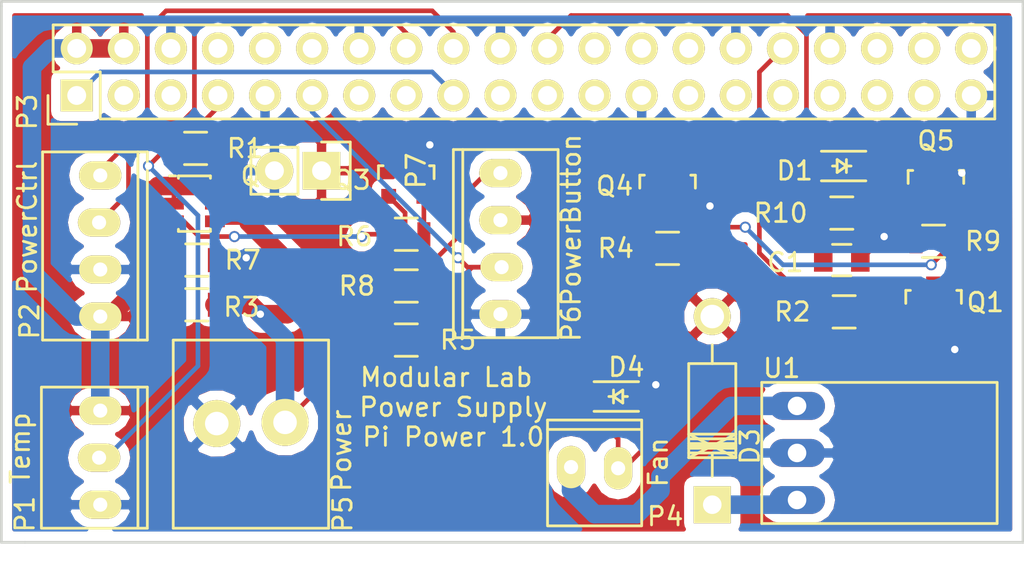
<source format=kicad_pcb>
(kicad_pcb (version 4) (host pcbnew 4.0.2-stable)

  (general
    (links 63)
    (no_connects 0)
    (area 112.954999 49.454999 168.223001 78.815001)
    (thickness 1.6)
    (drawings 13)
    (tracks 188)
    (zones 0)
    (modules 27)
    (nets 44)
  )

  (page A4)
  (layers
    (0 F.Cu signal)
    (31 B.Cu signal)
    (32 B.Adhes user)
    (33 F.Adhes user)
    (34 B.Paste user)
    (35 F.Paste user)
    (36 B.SilkS user)
    (37 F.SilkS user)
    (38 B.Mask user)
    (39 F.Mask user)
    (40 Dwgs.User user)
    (41 Cmts.User user)
    (42 Eco1.User user)
    (43 Eco2.User user)
    (44 Edge.Cuts user)
    (45 Margin user)
    (46 B.CrtYd user)
    (47 F.CrtYd user)
    (48 B.Fab user)
    (49 F.Fab user)
  )

  (setup
    (last_trace_width 0.25)
    (user_trace_width 0.1524)
    (user_trace_width 0.25)
    (user_trace_width 1)
    (user_trace_width 2)
    (trace_clearance 0.2)
    (zone_clearance 0.508)
    (zone_45_only no)
    (trace_min 0.1524)
    (segment_width 0.2)
    (edge_width 0.15)
    (via_size 0.6)
    (via_drill 0.4)
    (via_min_size 0.4)
    (via_min_drill 0.3)
    (uvia_size 0.3)
    (uvia_drill 0.1)
    (uvias_allowed no)
    (uvia_min_size 0.2)
    (uvia_min_drill 0.1)
    (pcb_text_width 0.3)
    (pcb_text_size 1.5 1.5)
    (mod_edge_width 0.15)
    (mod_text_size 1 1)
    (mod_text_width 0.15)
    (pad_size 1.524 1.524)
    (pad_drill 0.762)
    (pad_to_mask_clearance 0.2)
    (aux_axis_origin 0 0)
    (visible_elements 7FFFFFFF)
    (pcbplotparams
      (layerselection 0x010f0_80000001)
      (usegerberextensions true)
      (excludeedgelayer true)
      (linewidth 0.200000)
      (plotframeref false)
      (viasonmask false)
      (mode 1)
      (useauxorigin false)
      (hpglpennumber 1)
      (hpglpenspeed 20)
      (hpglpendiameter 15)
      (hpglpenoverlay 2)
      (psnegative false)
      (psa4output false)
      (plotreference true)
      (plotvalue true)
      (plotinvisibletext false)
      (padsonsilk false)
      (subtractmaskfromsilk false)
      (outputformat 1)
      (mirror false)
      (drillshape 0)
      (scaleselection 1)
      (outputdirectory E:/LabPSU/PiPowerSeeed/))
  )

  (net 0 "")
  (net 1 "Net-(C1-Pad1)")
  (net 2 GND)
  (net 3 /GPIO_25)
  (net 4 +5V)
  (net 5 "Net-(D3-Pad1)")
  (net 6 /GPIO_04)
  (net 7 /GPIO_23)
  (net 8 /ByPassInrush)
  (net 9 /3.3V)
  (net 10 /GPIO_02)
  (net 11 /GPIO_03)
  (net 12 /GPIO_14)
  (net 13 /GPIO_15)
  (net 14 /GPIO_17)
  (net 15 /GPIO_18)
  (net 16 /GPIO_27)
  (net 17 /GPIO_22)
  (net 18 /GPIO_10)
  (net 19 /GPIO_09)
  (net 20 /GPIO_11)
  (net 21 /GPIO_08)
  (net 22 /GPIO_07)
  (net 23 /ID_SD)
  (net 24 /ID_SC)
  (net 25 /GPIO_05)
  (net 26 /GPIO_06)
  (net 27 /FanPWM)
  (net 28 /GPIO_13)
  (net 29 /GPIO_19)
  (net 30 /GPIO_16)
  (net 31 /GPIO_26)
  (net 32 /GPIO_20)
  (net 33 /GPIO_21)
  (net 34 "Net-(P4-Pad1)")
  (net 35 "Net-(P5-Pad2)")
  (net 36 "Net-(Q1-Pad1)")
  (net 37 "Net-(Q3-Pad1)")
  (net 38 "Net-(Q3-Pad2)")
  (net 39 "Net-(Q4-Pad1)")
  (net 40 "Net-(Q5-Pad1)")
  (net 41 "Net-(Q5-Pad3)")
  (net 42 "Net-(Q2-Pad3)")
  (net 43 "Net-(D4-Pad1)")

  (net_class Default "This is the default net class."
    (clearance 0.2)
    (trace_width 0.25)
    (via_dia 0.6)
    (via_drill 0.4)
    (uvia_dia 0.3)
    (uvia_drill 0.1)
    (add_net +5V)
    (add_net /3.3V)
    (add_net /ByPassInrush)
    (add_net /FanPWM)
    (add_net /GPIO_02)
    (add_net /GPIO_03)
    (add_net /GPIO_04)
    (add_net /GPIO_05)
    (add_net /GPIO_06)
    (add_net /GPIO_07)
    (add_net /GPIO_08)
    (add_net /GPIO_09)
    (add_net /GPIO_10)
    (add_net /GPIO_11)
    (add_net /GPIO_13)
    (add_net /GPIO_14)
    (add_net /GPIO_15)
    (add_net /GPIO_16)
    (add_net /GPIO_17)
    (add_net /GPIO_18)
    (add_net /GPIO_19)
    (add_net /GPIO_20)
    (add_net /GPIO_21)
    (add_net /GPIO_22)
    (add_net /GPIO_23)
    (add_net /GPIO_25)
    (add_net /GPIO_26)
    (add_net /GPIO_27)
    (add_net /ID_SC)
    (add_net /ID_SD)
    (add_net GND)
    (add_net "Net-(C1-Pad1)")
    (add_net "Net-(D3-Pad1)")
    (add_net "Net-(D4-Pad1)")
    (add_net "Net-(P4-Pad1)")
    (add_net "Net-(P5-Pad2)")
    (add_net "Net-(Q1-Pad1)")
    (add_net "Net-(Q2-Pad3)")
    (add_net "Net-(Q3-Pad1)")
    (add_net "Net-(Q3-Pad2)")
    (add_net "Net-(Q4-Pad1)")
    (add_net "Net-(Q5-Pad1)")
    (add_net "Net-(Q5-Pad3)")
  )

  (module Pin_Headers:Pin_Header_Straight_2x20 (layer F.Cu) (tedit 57A34369) (tstamp 57A09F04)
    (at 117.094 54.61 90)
    (descr "Through hole pin header")
    (tags "pin header")
    (path /577BC3E9)
    (fp_text reference P3 (at -0.889 -2.667 90) (layer F.SilkS)
      (effects (font (size 1 1) (thickness 0.15)))
    )
    (fp_text value CONN_02X20 (at 0 -3.1 90) (layer F.Fab)
      (effects (font (size 1 1) (thickness 0.15)))
    )
    (fp_line (start -1.75 -1.75) (end -1.75 50.05) (layer F.CrtYd) (width 0.05))
    (fp_line (start 4.3 -1.75) (end 4.3 50.05) (layer F.CrtYd) (width 0.05))
    (fp_line (start -1.75 -1.75) (end 4.3 -1.75) (layer F.CrtYd) (width 0.05))
    (fp_line (start -1.75 50.05) (end 4.3 50.05) (layer F.CrtYd) (width 0.05))
    (fp_line (start 3.81 49.53) (end 3.81 -1.27) (layer F.SilkS) (width 0.15))
    (fp_line (start -1.27 1.27) (end -1.27 49.53) (layer F.SilkS) (width 0.15))
    (fp_line (start 3.81 49.53) (end -1.27 49.53) (layer F.SilkS) (width 0.15))
    (fp_line (start 3.81 -1.27) (end 1.27 -1.27) (layer F.SilkS) (width 0.15))
    (fp_line (start 0 -1.55) (end -1.55 -1.55) (layer F.SilkS) (width 0.15))
    (fp_line (start 1.27 -1.27) (end 1.27 1.27) (layer F.SilkS) (width 0.15))
    (fp_line (start 1.27 1.27) (end -1.27 1.27) (layer F.SilkS) (width 0.15))
    (fp_line (start -1.55 -1.55) (end -1.55 0) (layer F.SilkS) (width 0.15))
    (pad 1 thru_hole rect (at 0 0 90) (size 1.7272 1.7272) (drill 1.016) (layers *.Cu *.Mask F.SilkS)
      (net 9 /3.3V))
    (pad 2 thru_hole oval (at 2.54 0 90) (size 1.7272 1.7272) (drill 1.016) (layers *.Cu *.Mask F.SilkS)
      (net 4 +5V))
    (pad 3 thru_hole oval (at 0 2.54 90) (size 1.7272 1.7272) (drill 1.016) (layers *.Cu *.Mask F.SilkS)
      (net 10 /GPIO_02))
    (pad 4 thru_hole oval (at 2.54 2.54 90) (size 1.7272 1.7272) (drill 1.016) (layers *.Cu *.Mask F.SilkS)
      (net 4 +5V))
    (pad 5 thru_hole oval (at 0 5.08 90) (size 1.7272 1.7272) (drill 1.016) (layers *.Cu *.Mask F.SilkS)
      (net 11 /GPIO_03))
    (pad 6 thru_hole oval (at 2.54 5.08 90) (size 1.7272 1.7272) (drill 1.016) (layers *.Cu *.Mask F.SilkS)
      (net 2 GND))
    (pad 7 thru_hole oval (at 0 7.62 90) (size 1.7272 1.7272) (drill 1.016) (layers *.Cu *.Mask F.SilkS)
      (net 6 /GPIO_04))
    (pad 8 thru_hole oval (at 2.54 7.62 90) (size 1.7272 1.7272) (drill 1.016) (layers *.Cu *.Mask F.SilkS)
      (net 12 /GPIO_14))
    (pad 9 thru_hole oval (at 0 10.16 90) (size 1.7272 1.7272) (drill 1.016) (layers *.Cu *.Mask F.SilkS)
      (net 2 GND))
    (pad 10 thru_hole oval (at 2.54 10.16 90) (size 1.7272 1.7272) (drill 1.016) (layers *.Cu *.Mask F.SilkS)
      (net 13 /GPIO_15))
    (pad 11 thru_hole oval (at 0 12.7 90) (size 1.7272 1.7272) (drill 1.016) (layers *.Cu *.Mask F.SilkS)
      (net 14 /GPIO_17))
    (pad 12 thru_hole oval (at 2.54 12.7 90) (size 1.7272 1.7272) (drill 1.016) (layers *.Cu *.Mask F.SilkS)
      (net 15 /GPIO_18))
    (pad 13 thru_hole oval (at 0 15.24 90) (size 1.7272 1.7272) (drill 1.016) (layers *.Cu *.Mask F.SilkS)
      (net 16 /GPIO_27))
    (pad 14 thru_hole oval (at 2.54 15.24 90) (size 1.7272 1.7272) (drill 1.016) (layers *.Cu *.Mask F.SilkS)
      (net 2 GND))
    (pad 15 thru_hole oval (at 0 17.78 90) (size 1.7272 1.7272) (drill 1.016) (layers *.Cu *.Mask F.SilkS)
      (net 17 /GPIO_22))
    (pad 16 thru_hole oval (at 2.54 17.78 90) (size 1.7272 1.7272) (drill 1.016) (layers *.Cu *.Mask F.SilkS)
      (net 7 /GPIO_23))
    (pad 17 thru_hole oval (at 0 20.32 90) (size 1.7272 1.7272) (drill 1.016) (layers *.Cu *.Mask F.SilkS)
      (net 9 /3.3V))
    (pad 18 thru_hole oval (at 2.54 20.32 90) (size 1.7272 1.7272) (drill 1.016) (layers *.Cu *.Mask F.SilkS)
      (net 8 /ByPassInrush))
    (pad 19 thru_hole oval (at 0 22.86 90) (size 1.7272 1.7272) (drill 1.016) (layers *.Cu *.Mask F.SilkS)
      (net 18 /GPIO_10))
    (pad 20 thru_hole oval (at 2.54 22.86 90) (size 1.7272 1.7272) (drill 1.016) (layers *.Cu *.Mask F.SilkS)
      (net 2 GND))
    (pad 21 thru_hole oval (at 0 25.4 90) (size 1.7272 1.7272) (drill 1.016) (layers *.Cu *.Mask F.SilkS)
      (net 19 /GPIO_09))
    (pad 22 thru_hole oval (at 2.54 25.4 90) (size 1.7272 1.7272) (drill 1.016) (layers *.Cu *.Mask F.SilkS)
      (net 3 /GPIO_25))
    (pad 23 thru_hole oval (at 0 27.94 90) (size 1.7272 1.7272) (drill 1.016) (layers *.Cu *.Mask F.SilkS)
      (net 20 /GPIO_11))
    (pad 24 thru_hole oval (at 2.54 27.94 90) (size 1.7272 1.7272) (drill 1.016) (layers *.Cu *.Mask F.SilkS)
      (net 21 /GPIO_08))
    (pad 25 thru_hole oval (at 0 30.48 90) (size 1.7272 1.7272) (drill 1.016) (layers *.Cu *.Mask F.SilkS)
      (net 2 GND))
    (pad 26 thru_hole oval (at 2.54 30.48 90) (size 1.7272 1.7272) (drill 1.016) (layers *.Cu *.Mask F.SilkS)
      (net 22 /GPIO_07))
    (pad 27 thru_hole oval (at 0 33.02 90) (size 1.7272 1.7272) (drill 1.016) (layers *.Cu *.Mask F.SilkS)
      (net 23 /ID_SD))
    (pad 28 thru_hole oval (at 2.54 33.02 90) (size 1.7272 1.7272) (drill 1.016) (layers *.Cu *.Mask F.SilkS)
      (net 24 /ID_SC))
    (pad 29 thru_hole oval (at 0 35.56 90) (size 1.7272 1.7272) (drill 1.016) (layers *.Cu *.Mask F.SilkS)
      (net 25 /GPIO_05))
    (pad 30 thru_hole oval (at 2.54 35.56 90) (size 1.7272 1.7272) (drill 1.016) (layers *.Cu *.Mask F.SilkS)
      (net 2 GND))
    (pad 31 thru_hole oval (at 0 38.1 90) (size 1.7272 1.7272) (drill 1.016) (layers *.Cu *.Mask F.SilkS)
      (net 26 /GPIO_06))
    (pad 32 thru_hole oval (at 2.54 38.1 90) (size 1.7272 1.7272) (drill 1.016) (layers *.Cu *.Mask F.SilkS)
      (net 27 /FanPWM))
    (pad 33 thru_hole oval (at 0 40.64 90) (size 1.7272 1.7272) (drill 1.016) (layers *.Cu *.Mask F.SilkS)
      (net 28 /GPIO_13))
    (pad 34 thru_hole oval (at 2.54 40.64 90) (size 1.7272 1.7272) (drill 1.016) (layers *.Cu *.Mask F.SilkS)
      (net 2 GND))
    (pad 35 thru_hole oval (at 0 43.18 90) (size 1.7272 1.7272) (drill 1.016) (layers *.Cu *.Mask F.SilkS)
      (net 29 /GPIO_19))
    (pad 36 thru_hole oval (at 2.54 43.18 90) (size 1.7272 1.7272) (drill 1.016) (layers *.Cu *.Mask F.SilkS)
      (net 30 /GPIO_16))
    (pad 37 thru_hole oval (at 0 45.72 90) (size 1.7272 1.7272) (drill 1.016) (layers *.Cu *.Mask F.SilkS)
      (net 31 /GPIO_26))
    (pad 38 thru_hole oval (at 2.54 45.72 90) (size 1.7272 1.7272) (drill 1.016) (layers *.Cu *.Mask F.SilkS)
      (net 32 /GPIO_20))
    (pad 39 thru_hole oval (at 0 48.26 90) (size 1.7272 1.7272) (drill 1.016) (layers *.Cu *.Mask F.SilkS)
      (net 2 GND))
    (pad 40 thru_hole oval (at 2.54 48.26 90) (size 1.7272 1.7272) (drill 1.016) (layers *.Cu *.Mask F.SilkS)
      (net 33 /GPIO_21))
    (model Pin_Headers.3dshapes/Pin_Header_Straight_2x20.wrl
      (at (xyz 0.05 -0.95 0))
      (scale (xyz 1 1 1))
      (rotate (xyz 0 0 90))
    )
  )

  (module tsop-6:TSOP-6 (layer F.Cu) (tedit 57A5FC34) (tstamp 57A09F40)
    (at 123.444 60.452 270)
    (path /57A0B8D3)
    (fp_text reference Q2 (at -1.5 -3.5 360) (layer F.SilkS)
      (effects (font (size 1 1) (thickness 0.15)))
    )
    (fp_text value IRLTS2242 (at 0 -1 360) (layer F.Fab)
      (effects (font (size 1 1) (thickness 0.15)))
    )
    (fp_line (start -1.4986 1.016) (end -1.4986 1.3462) (layer F.SilkS) (width 0.15))
    (fp_line (start 1.4986 0.8636) (end 1.3843 0.8636) (layer F.SilkS) (width 0.15))
    (fp_line (start -1.4986 -0.8636) (end -1.3716 -0.8636) (layer F.SilkS) (width 0.15))
    (fp_line (start 1.4986 0.8636) (end 1.4986 -0.8636) (layer F.SilkS) (width 0.15))
    (fp_line (start 1.4986 -0.8636) (end 1.3716 -0.8636) (layer F.SilkS) (width 0.15))
    (fp_line (start -1.4986 -0.8636) (end -1.4986 0.8636) (layer F.SilkS) (width 0.15))
    (fp_line (start -1.4986 0.8636) (end -1.3716 0.8636) (layer F.SilkS) (width 0.15))
    (pad 5 smd rect (at 0 -1.1049 270) (size 0.635 1.0668) (layers F.Cu F.Paste F.Mask)
      (net 4 +5V))
    (pad 2 smd rect (at 0 1.1049 270) (size 0.635 1.0668) (layers F.Cu F.Paste F.Mask)
      (net 4 +5V))
    (pad 4 smd rect (at 0.9525 -1.1049 270) (size 0.635 1.0668) (layers F.Cu F.Paste F.Mask)
      (net 35 "Net-(P5-Pad2)"))
    (pad 3 smd rect (at 0.9525 1.1049 270) (size 0.635 1.0668) (layers F.Cu F.Paste F.Mask)
      (net 42 "Net-(Q2-Pad3)"))
    (pad 6 smd rect (at -0.9525 -1.1049 270) (size 0.635 1.0668) (layers F.Cu F.Paste F.Mask)
      (net 4 +5V))
    (pad 1 smd rect (at -0.9525 1.1049 270) (size 0.635 1.0668) (layers F.Cu F.Paste F.Mask)
      (net 4 +5V))
  )

  (module Capacitors_SMD:C_0805 (layer F.Cu) (tedit 57A894ED) (tstamp 57A09EA4)
    (at 158.369 63.5)
    (descr "Capacitor SMD 0805, reflow soldering, AVX (see smccp.pdf)")
    (tags "capacitor 0805")
    (path /577BC4F4)
    (attr smd)
    (fp_text reference C1 (at -3.048 0.127) (layer F.SilkS)
      (effects (font (size 1 1) (thickness 0.15)))
    )
    (fp_text value 2.2u (at 0.1397 -0.0381 180) (layer F.Fab)
      (effects (font (size 1 1) (thickness 0.15)))
    )
    (fp_line (start -1.8 -1) (end 1.8 -1) (layer F.CrtYd) (width 0.05))
    (fp_line (start -1.8 1) (end 1.8 1) (layer F.CrtYd) (width 0.05))
    (fp_line (start -1.8 -1) (end -1.8 1) (layer F.CrtYd) (width 0.05))
    (fp_line (start 1.8 -1) (end 1.8 1) (layer F.CrtYd) (width 0.05))
    (fp_line (start 0.5 -0.85) (end -0.5 -0.85) (layer F.SilkS) (width 0.15))
    (fp_line (start -0.5 0.85) (end 0.5 0.85) (layer F.SilkS) (width 0.15))
    (pad 1 smd rect (at -1 0) (size 1 1.25) (layers F.Cu F.Paste F.Mask)
      (net 1 "Net-(C1-Pad1)"))
    (pad 2 smd rect (at 1 0) (size 1 1.25) (layers F.Cu F.Paste F.Mask)
      (net 2 GND))
    (model Capacitors_SMD.3dshapes/C_0805.wrl
      (at (xyz 0 0 0))
      (scale (xyz 1 1 1))
      (rotate (xyz 0 0 0))
    )
  )

  (module Diodes_SMD:SOD-323 (layer F.Cu) (tedit 57A60063) (tstamp 57A09EAA)
    (at 158.369 58.42 180)
    (descr SOD-323)
    (tags SOD-323)
    (path /577BC57E)
    (attr smd)
    (fp_text reference D1 (at 2.54 -0.254 180) (layer F.SilkS)
      (effects (font (size 1 1) (thickness 0.15)))
    )
    (fp_text value 1N4148WS (at 0.8509 -0.0889 180) (layer F.Fab)
      (effects (font (size 1 1) (thickness 0.15)))
    )
    (fp_line (start 0.25 0) (end 0.5 0) (layer F.SilkS) (width 0.15))
    (fp_line (start -0.25 0) (end -0.5 0) (layer F.SilkS) (width 0.15))
    (fp_line (start -0.25 0) (end 0.25 -0.35) (layer F.SilkS) (width 0.15))
    (fp_line (start 0.25 -0.35) (end 0.25 0.35) (layer F.SilkS) (width 0.15))
    (fp_line (start 0.25 0.35) (end -0.25 0) (layer F.SilkS) (width 0.15))
    (fp_line (start -0.25 -0.35) (end -0.25 0.35) (layer F.SilkS) (width 0.15))
    (fp_line (start -1.5 -0.95) (end 1.5 -0.95) (layer F.CrtYd) (width 0.05))
    (fp_line (start 1.5 -0.95) (end 1.5 0.95) (layer F.CrtYd) (width 0.05))
    (fp_line (start -1.5 0.95) (end 1.5 0.95) (layer F.CrtYd) (width 0.05))
    (fp_line (start -1.5 -0.95) (end -1.5 0.95) (layer F.CrtYd) (width 0.05))
    (fp_line (start -1.3 0.8) (end 1.1 0.8) (layer F.SilkS) (width 0.15))
    (fp_line (start -1.3 -0.8) (end 1.1 -0.8) (layer F.SilkS) (width 0.15))
    (pad 1 smd rect (at -1.055 0 180) (size 0.59 0.45) (layers F.Cu F.Paste F.Mask)
      (net 1 "Net-(C1-Pad1)"))
    (pad 2 smd rect (at 1.055 0 180) (size 0.59 0.45) (layers F.Cu F.Paste F.Mask)
      (net 3 /GPIO_25))
    (model Diodes_SMD.3dshapes/SOD-323.wrl
      (at (xyz 0 0 0))
      (scale (xyz 1 1 1))
      (rotate (xyz 0 0 180))
    )
  )

  (module Diodes_ThroughHole:Diode_DO-41_SOD81_Horizontal_RM10 (layer F.Cu) (tedit 57A343A4) (tstamp 57A09EB7)
    (at 151.384 76.708 90)
    (descr "Diode, DO-41, SOD81, Horizontal, RM 10mm,")
    (tags "Diode, DO-41, SOD81, Horizontal, RM 10mm, 1N4007, SB140,")
    (path /57A11394)
    (fp_text reference D3 (at 3.1496 2.032 90) (layer F.SilkS)
      (effects (font (size 1 1) (thickness 0.15)))
    )
    (fp_text value 1N4007 (at 4.9022 -0.127 90) (layer F.Fab)
      (effects (font (size 1 1) (thickness 0.15)))
    )
    (fp_line (start 7.62 -0.00254) (end 8.636 -0.00254) (layer F.SilkS) (width 0.15))
    (fp_line (start 2.794 -0.00254) (end 1.524 -0.00254) (layer F.SilkS) (width 0.15))
    (fp_line (start 3.048 -1.27254) (end 3.048 1.26746) (layer F.SilkS) (width 0.15))
    (fp_line (start 3.302 -1.27254) (end 3.302 1.26746) (layer F.SilkS) (width 0.15))
    (fp_line (start 3.556 -1.27254) (end 3.556 1.26746) (layer F.SilkS) (width 0.15))
    (fp_line (start 2.794 -1.27254) (end 2.794 1.26746) (layer F.SilkS) (width 0.15))
    (fp_line (start 3.81 -1.27254) (end 2.54 1.26746) (layer F.SilkS) (width 0.15))
    (fp_line (start 2.54 -1.27254) (end 3.81 1.26746) (layer F.SilkS) (width 0.15))
    (fp_line (start 3.81 -1.27254) (end 3.81 1.26746) (layer F.SilkS) (width 0.15))
    (fp_line (start 3.175 -1.27254) (end 3.175 1.26746) (layer F.SilkS) (width 0.15))
    (fp_line (start 2.54 1.26746) (end 2.54 -1.27254) (layer F.SilkS) (width 0.15))
    (fp_line (start 2.54 -1.27254) (end 7.62 -1.27254) (layer F.SilkS) (width 0.15))
    (fp_line (start 7.62 -1.27254) (end 7.62 1.26746) (layer F.SilkS) (width 0.15))
    (fp_line (start 7.62 1.26746) (end 2.54 1.26746) (layer F.SilkS) (width 0.15))
    (pad 2 thru_hole circle (at 10.16 -0.00254 270) (size 1.99898 1.99898) (drill 1.27) (layers *.Cu *.Mask F.SilkS)
      (net 4 +5V))
    (pad 1 thru_hole rect (at 0 -0.00254 270) (size 1.99898 1.99898) (drill 1.00076) (layers *.Cu *.Mask F.SilkS)
      (net 5 "Net-(D3-Pad1)"))
  )

  (module PinHead1-4:ThreePinSmall (layer F.Cu) (tedit 57A342A1) (tstamp 57A09ECB)
    (at 118.364 74.168 270)
    (path /579108DD)
    (fp_text reference P1 (at 3.048 4.064 270) (layer F.SilkS)
      (effects (font (size 1 1) (thickness 0.15)))
    )
    (fp_text value CONN_01X03 (at 0.635 -9.271 270) (layer F.Fab)
      (effects (font (size 1 1) (thickness 0.15)))
    )
    (fp_line (start -3.81 3.175) (end 3.81 3.175) (layer F.SilkS) (width 0.15))
    (fp_line (start -3.81 -2.032) (end 3.81 -2.032) (layer F.SilkS) (width 0.15))
    (fp_line (start -3.81 -2.54) (end 3.81 -2.54) (layer F.SilkS) (width 0.15))
    (fp_line (start 3.81 -2.54) (end 3.81 3.1115) (layer F.SilkS) (width 0.15))
    (fp_line (start -3.81 3.1115) (end -3.81 -2.54) (layer F.SilkS) (width 0.15))
    (pad 3 thru_hole oval (at 2.54 0 270) (size 1.524 2.286) (drill 0.762) (layers *.Cu *.Mask F.SilkS)
      (net 2 GND))
    (pad 2 thru_hole oval (at 0 0.0635 270) (size 1.524 2.286) (drill 0.762) (layers *.Cu *.Mask F.SilkS)
      (net 6 /GPIO_04))
    (pad 1 thru_hole oval (at -2.54 0 270) (size 1.524 2.286) (drill 0.762) (layers *.Cu *.Mask F.SilkS)
      (net 4 +5V))
  )

  (module PinHead1-4:PINHeader1-4 (layer F.Cu) (tedit 57A3433C) (tstamp 57A09ED8)
    (at 118.364 62.738 270)
    (path /577BD843)
    (fp_text reference P2 (at 4.064 3.81 270) (layer F.SilkS)
      (effects (font (size 1 1) (thickness 0.15)))
    )
    (fp_text value CONN_01X04 (at -0.254 2.286 270) (layer F.Fab)
      (effects (font (size 1 1) (thickness 0.15)))
    )
    (fp_line (start -5.08 -2.032) (end 5.08 -2.032) (layer F.SilkS) (width 0.15))
    (fp_line (start 5.08 -2.54) (end 5.08 3.1115) (layer F.SilkS) (width 0.15))
    (fp_line (start 5.08 3.1115) (end -5.08 3.1115) (layer F.SilkS) (width 0.15))
    (fp_line (start -5.08 3.1115) (end -5.08 -2.54) (layer F.SilkS) (width 0.15))
    (fp_line (start -5.08 -2.54) (end 5.08 -2.54) (layer F.SilkS) (width 0.15))
    (pad 3 thru_hole oval (at 1.27 0 270) (size 1.524 2.286) (drill 0.762) (layers *.Cu *.Mask F.SilkS)
      (net 2 GND))
    (pad 2 thru_hole oval (at -1.27 0.0635 270) (size 1.524 2.286) (drill 0.762) (layers *.Cu *.Mask F.SilkS)
      (net 7 /GPIO_23))
    (pad 4 thru_hole oval (at 3.81 0 270) (size 1.524 2.286) (drill 0.762) (layers *.Cu *.Mask F.SilkS)
      (net 4 +5V))
    (pad 1 thru_hole oval (at -3.81 0 270) (size 1.524 2.286) (drill 0.762) (layers *.Cu *.Mask F.SilkS)
      (net 8 /ByPassInrush))
  )

  (module PinHead1-4:TwoPinSmall (layer F.Cu) (tedit 57A34376) (tstamp 57A09F0F)
    (at 146.304 74.676)
    (path /5798CAC0)
    (fp_text reference P4 (at 2.54 2.667) (layer F.SilkS)
      (effects (font (size 1 1) (thickness 0.15)))
    )
    (fp_text value CONN_01X02 (at -1.778 2.286) (layer F.Fab)
      (effects (font (size 1 1) (thickness 0.15)))
    )
    (fp_line (start -3.81 3.175) (end 1.27 3.175) (layer F.SilkS) (width 0.15))
    (fp_line (start -3.81 -2.032) (end 1.27 -2.032) (layer F.SilkS) (width 0.15))
    (fp_line (start -3.81 -2.54) (end 1.27 -2.54) (layer F.SilkS) (width 0.15))
    (fp_line (start 1.27 -2.54) (end 1.27 3.1115) (layer F.SilkS) (width 0.15))
    (fp_line (start -3.81 3.1115) (end -3.81 -2.54) (layer F.SilkS) (width 0.15))
    (pad 2 thru_hole oval (at 0 0.0635) (size 1.524 2.286) (drill 0.762) (layers *.Cu *.Mask F.SilkS)
      (net 43 "Net-(D4-Pad1)"))
    (pad 1 thru_hole oval (at -2.54 0) (size 1.524 2.286) (drill 0.762) (layers *.Cu *.Mask F.SilkS)
      (net 34 "Net-(P4-Pad1)"))
  )

  (module wcon:WCON-2PIN (layer F.Cu) (tedit 57AA85F4) (tstamp 57A09F15)
    (at 126.492 72.898)
    (path /577BB907)
    (fp_text reference P5 (at 4.953 4.318 90) (layer F.SilkS)
      (effects (font (size 1 1) (thickness 0.15)))
    )
    (fp_text value CONN_01X02 (at 0.1905 -3.175) (layer F.Fab)
      (effects (font (size 1 1) (thickness 0.15)))
    )
    (fp_line (start -4.191 -5.08) (end 4.191 -5.08) (layer F.SilkS) (width 0.15))
    (fp_line (start 4.191 -5.08) (end 4.191 5.08) (layer F.SilkS) (width 0.15))
    (fp_line (start 4.191 5.08) (end -4.191 5.08) (layer F.SilkS) (width 0.15))
    (fp_line (start -4.191 5.08) (end -4.191 -5.08) (layer F.SilkS) (width 0.15))
    (pad 2 thru_hole circle (at 1.8415 -0.635) (size 2.54 2.54) (drill 1.27) (layers *.Cu *.Mask F.SilkS)
      (net 35 "Net-(P5-Pad2)"))
    (pad 1 thru_hole circle (at -1.8415 -0.5715) (size 2.54 2.54) (drill 1.27) (layers *.Cu *.Mask F.SilkS)
      (net 2 GND))
  )

  (module PinHead1-4:PINHeader1-4 (layer F.Cu) (tedit 57A343E0) (tstamp 57A09F22)
    (at 139.954 62.611 90)
    (path /577BB76B)
    (fp_text reference P6 (at -4.318 3.81 90) (layer F.SilkS)
      (effects (font (size 1 1) (thickness 0.15)))
    )
    (fp_text value CONN_01X04 (at 0.127 2.032 90) (layer F.Fab)
      (effects (font (size 1 1) (thickness 0.15)))
    )
    (fp_line (start -5.08 -2.032) (end 5.08 -2.032) (layer F.SilkS) (width 0.15))
    (fp_line (start 5.08 -2.54) (end 5.08 3.1115) (layer F.SilkS) (width 0.15))
    (fp_line (start 5.08 3.1115) (end -5.08 3.1115) (layer F.SilkS) (width 0.15))
    (fp_line (start -5.08 3.1115) (end -5.08 -2.54) (layer F.SilkS) (width 0.15))
    (fp_line (start -5.08 -2.54) (end 5.08 -2.54) (layer F.SilkS) (width 0.15))
    (pad 3 thru_hole oval (at 1.27 0 90) (size 1.524 2.286) (drill 0.762) (layers *.Cu *.Mask F.SilkS)
      (net 4 +5V))
    (pad 2 thru_hole oval (at -1.27 0.0635 90) (size 1.524 2.286) (drill 0.762) (layers *.Cu *.Mask F.SilkS)
      (net 14 /GPIO_17))
    (pad 4 thru_hole oval (at 3.81 0 90) (size 1.524 2.286) (drill 0.762) (layers *.Cu *.Mask F.SilkS)
      (net 35 "Net-(P5-Pad2)"))
    (pad 1 thru_hole oval (at -3.81 0 90) (size 1.524 2.286) (drill 0.762) (layers *.Cu *.Mask F.SilkS)
      (net 2 GND))
  )

  (module TO_SOT_Packages_SMD:SOT-23 (layer F.Cu) (tedit 57A894E9) (tstamp 57A09F36)
    (at 163.322 65.786)
    (descr "SOT-23, Standard")
    (tags SOT-23)
    (path /5798C619)
    (attr smd)
    (fp_text reference Q1 (at 2.794 0) (layer F.SilkS)
      (effects (font (size 1 1) (thickness 0.15)))
    )
    (fp_text value BC817 (at 0 2.3) (layer F.Fab)
      (effects (font (size 1 1) (thickness 0.15)))
    )
    (fp_line (start -1.65 -1.6) (end 1.65 -1.6) (layer F.CrtYd) (width 0.05))
    (fp_line (start 1.65 -1.6) (end 1.65 1.6) (layer F.CrtYd) (width 0.05))
    (fp_line (start 1.65 1.6) (end -1.65 1.6) (layer F.CrtYd) (width 0.05))
    (fp_line (start -1.65 1.6) (end -1.65 -1.6) (layer F.CrtYd) (width 0.05))
    (fp_line (start 1.29916 -0.65024) (end 1.2509 -0.65024) (layer F.SilkS) (width 0.15))
    (fp_line (start -1.49982 0.0508) (end -1.49982 -0.65024) (layer F.SilkS) (width 0.15))
    (fp_line (start -1.49982 -0.65024) (end -1.2509 -0.65024) (layer F.SilkS) (width 0.15))
    (fp_line (start 1.29916 -0.65024) (end 1.49982 -0.65024) (layer F.SilkS) (width 0.15))
    (fp_line (start 1.49982 -0.65024) (end 1.49982 0.0508) (layer F.SilkS) (width 0.15))
    (pad 1 smd rect (at -0.95 1.00076) (size 0.8001 0.8001) (layers F.Cu F.Paste F.Mask)
      (net 36 "Net-(Q1-Pad1)"))
    (pad 2 smd rect (at 0.95 1.00076) (size 0.8001 0.8001) (layers F.Cu F.Paste F.Mask)
      (net 2 GND))
    (pad 3 smd rect (at 0 -0.99822) (size 0.8001 0.8001) (layers F.Cu F.Paste F.Mask)
      (net 43 "Net-(D4-Pad1)"))
    (model TO_SOT_Packages_SMD.3dshapes/SOT-23.wrl
      (at (xyz 0 0 0))
      (scale (xyz 1 1 1))
      (rotate (xyz 0 0 0))
    )
  )

  (module TO_SOT_Packages_SMD:SOT-23 (layer F.Cu) (tedit 57A0B1CF) (tstamp 57A09F47)
    (at 134.874 59.055)
    (descr "SOT-23, Standard")
    (tags SOT-23)
    (path /57A0A7E7)
    (attr smd)
    (fp_text reference Q3 (at -2.921 0.127) (layer F.SilkS)
      (effects (font (size 1 1) (thickness 0.15)))
    )
    (fp_text value BC857 (at 0.1778 0.08636) (layer F.Fab)
      (effects (font (size 1 1) (thickness 0.15)))
    )
    (fp_line (start -1.65 -1.6) (end 1.65 -1.6) (layer F.CrtYd) (width 0.05))
    (fp_line (start 1.65 -1.6) (end 1.65 1.6) (layer F.CrtYd) (width 0.05))
    (fp_line (start 1.65 1.6) (end -1.65 1.6) (layer F.CrtYd) (width 0.05))
    (fp_line (start -1.65 1.6) (end -1.65 -1.6) (layer F.CrtYd) (width 0.05))
    (fp_line (start 1.29916 -0.65024) (end 1.2509 -0.65024) (layer F.SilkS) (width 0.15))
    (fp_line (start -1.49982 0.0508) (end -1.49982 -0.65024) (layer F.SilkS) (width 0.15))
    (fp_line (start -1.49982 -0.65024) (end -1.2509 -0.65024) (layer F.SilkS) (width 0.15))
    (fp_line (start 1.29916 -0.65024) (end 1.49982 -0.65024) (layer F.SilkS) (width 0.15))
    (fp_line (start 1.49982 -0.65024) (end 1.49982 0.0508) (layer F.SilkS) (width 0.15))
    (pad 1 smd rect (at -0.95 1.00076) (size 0.8001 0.8001) (layers F.Cu F.Paste F.Mask)
      (net 37 "Net-(Q3-Pad1)"))
    (pad 2 smd rect (at 0.95 1.00076) (size 0.8001 0.8001) (layers F.Cu F.Paste F.Mask)
      (net 38 "Net-(Q3-Pad2)"))
    (pad 3 smd rect (at 0 -0.99822) (size 0.8001 0.8001) (layers F.Cu F.Paste F.Mask)
      (net 2 GND))
    (model TO_SOT_Packages_SMD.3dshapes/SOT-23.wrl
      (at (xyz 0 0 0))
      (scale (xyz 1 1 1))
      (rotate (xyz 0 0 0))
    )
  )

  (module TO_SOT_Packages_SMD:SOT-23 (layer F.Cu) (tedit 57A0B25B) (tstamp 57A09F4E)
    (at 148.971 59.563)
    (descr "SOT-23, Standard")
    (tags SOT-23)
    (path /57A0A609)
    (attr smd)
    (fp_text reference Q4 (at -2.8575 -0.0635) (layer F.SilkS)
      (effects (font (size 1 1) (thickness 0.15)))
    )
    (fp_text value BC847 (at -0.0254 0.13716) (layer F.Fab)
      (effects (font (size 1 1) (thickness 0.15)))
    )
    (fp_line (start -1.65 -1.6) (end 1.65 -1.6) (layer F.CrtYd) (width 0.05))
    (fp_line (start 1.65 -1.6) (end 1.65 1.6) (layer F.CrtYd) (width 0.05))
    (fp_line (start 1.65 1.6) (end -1.65 1.6) (layer F.CrtYd) (width 0.05))
    (fp_line (start -1.65 1.6) (end -1.65 -1.6) (layer F.CrtYd) (width 0.05))
    (fp_line (start 1.29916 -0.65024) (end 1.2509 -0.65024) (layer F.SilkS) (width 0.15))
    (fp_line (start -1.49982 0.0508) (end -1.49982 -0.65024) (layer F.SilkS) (width 0.15))
    (fp_line (start -1.49982 -0.65024) (end -1.2509 -0.65024) (layer F.SilkS) (width 0.15))
    (fp_line (start 1.29916 -0.65024) (end 1.49982 -0.65024) (layer F.SilkS) (width 0.15))
    (fp_line (start 1.49982 -0.65024) (end 1.49982 0.0508) (layer F.SilkS) (width 0.15))
    (pad 1 smd rect (at -0.95 1.00076) (size 0.8001 0.8001) (layers F.Cu F.Paste F.Mask)
      (net 39 "Net-(Q4-Pad1)"))
    (pad 2 smd rect (at 0.95 1.00076) (size 0.8001 0.8001) (layers F.Cu F.Paste F.Mask)
      (net 2 GND))
    (pad 3 smd rect (at 0 -0.99822) (size 0.8001 0.8001) (layers F.Cu F.Paste F.Mask)
      (net 38 "Net-(Q3-Pad2)"))
    (model TO_SOT_Packages_SMD.3dshapes/SOT-23.wrl
      (at (xyz 0 0 0))
      (scale (xyz 1 1 1))
      (rotate (xyz 0 0 0))
    )
  )

  (module TO_SOT_Packages_SMD:SOT-23 (layer F.Cu) (tedit 57A0AF50) (tstamp 57A09F55)
    (at 163.449 59.309)
    (descr "SOT-23, Standard")
    (tags SOT-23)
    (path /57A0A6A9)
    (attr smd)
    (fp_text reference Q5 (at 0 -2.25) (layer F.SilkS)
      (effects (font (size 1 1) (thickness 0.15)))
    )
    (fp_text value BC847 (at 0.254 -0.0762) (layer F.Fab)
      (effects (font (size 1 1) (thickness 0.15)))
    )
    (fp_line (start -1.65 -1.6) (end 1.65 -1.6) (layer F.CrtYd) (width 0.05))
    (fp_line (start 1.65 -1.6) (end 1.65 1.6) (layer F.CrtYd) (width 0.05))
    (fp_line (start 1.65 1.6) (end -1.65 1.6) (layer F.CrtYd) (width 0.05))
    (fp_line (start -1.65 1.6) (end -1.65 -1.6) (layer F.CrtYd) (width 0.05))
    (fp_line (start 1.29916 -0.65024) (end 1.2509 -0.65024) (layer F.SilkS) (width 0.15))
    (fp_line (start -1.49982 0.0508) (end -1.49982 -0.65024) (layer F.SilkS) (width 0.15))
    (fp_line (start -1.49982 -0.65024) (end -1.2509 -0.65024) (layer F.SilkS) (width 0.15))
    (fp_line (start 1.29916 -0.65024) (end 1.49982 -0.65024) (layer F.SilkS) (width 0.15))
    (fp_line (start 1.49982 -0.65024) (end 1.49982 0.0508) (layer F.SilkS) (width 0.15))
    (pad 1 smd rect (at -0.95 1.00076) (size 0.8001 0.8001) (layers F.Cu F.Paste F.Mask)
      (net 40 "Net-(Q5-Pad1)"))
    (pad 2 smd rect (at 0.95 1.00076) (size 0.8001 0.8001) (layers F.Cu F.Paste F.Mask)
      (net 2 GND))
    (pad 3 smd rect (at 0 -0.99822) (size 0.8001 0.8001) (layers F.Cu F.Paste F.Mask)
      (net 41 "Net-(Q5-Pad3)"))
    (model TO_SOT_Packages_SMD.3dshapes/SOT-23.wrl
      (at (xyz 0 0 0))
      (scale (xyz 1 1 1))
      (rotate (xyz 0 0 0))
    )
  )

  (module Resistors_SMD:R_0805 (layer F.Cu) (tedit 57A0B0EF) (tstamp 57A09F5B)
    (at 123.5075 57.4675 180)
    (descr "Resistor SMD 0805, reflow soldering, Vishay (see dcrcw.pdf)")
    (tags "resistor 0805")
    (path /579111B7)
    (attr smd)
    (fp_text reference R1 (at -2.667 0 180) (layer F.SilkS)
      (effects (font (size 1 1) (thickness 0.15)))
    )
    (fp_text value 4K7 (at 0.0254 0.11176 180) (layer F.Fab)
      (effects (font (size 1 1) (thickness 0.15)))
    )
    (fp_line (start -1.6 -1) (end 1.6 -1) (layer F.CrtYd) (width 0.05))
    (fp_line (start -1.6 1) (end 1.6 1) (layer F.CrtYd) (width 0.05))
    (fp_line (start -1.6 -1) (end -1.6 1) (layer F.CrtYd) (width 0.05))
    (fp_line (start 1.6 -1) (end 1.6 1) (layer F.CrtYd) (width 0.05))
    (fp_line (start 0.6 0.875) (end -0.6 0.875) (layer F.SilkS) (width 0.15))
    (fp_line (start -0.6 -0.875) (end 0.6 -0.875) (layer F.SilkS) (width 0.15))
    (pad 1 smd rect (at -0.95 0 180) (size 0.7 1.3) (layers F.Cu F.Paste F.Mask)
      (net 4 +5V))
    (pad 2 smd rect (at 0.95 0 180) (size 0.7 1.3) (layers F.Cu F.Paste F.Mask)
      (net 6 /GPIO_04))
    (model Resistors_SMD.3dshapes/R_0805.wrl
      (at (xyz 0 0 0))
      (scale (xyz 1 1 1))
      (rotate (xyz 0 0 0))
    )
  )

  (module Resistors_SMD:R_0805 (layer F.Cu) (tedit 57A894F0) (tstamp 57A09F61)
    (at 158.496 66.294 180)
    (descr "Resistor SMD 0805, reflow soldering, Vishay (see dcrcw.pdf)")
    (tags "resistor 0805")
    (path /5798C977)
    (attr smd)
    (fp_text reference R2 (at 2.794 0 180) (layer F.SilkS)
      (effects (font (size 1 1) (thickness 0.15)))
    )
    (fp_text value 1K (at -0.0508 0.0254 180) (layer F.Fab)
      (effects (font (size 1 1) (thickness 0.15)))
    )
    (fp_line (start -1.6 -1) (end 1.6 -1) (layer F.CrtYd) (width 0.05))
    (fp_line (start -1.6 1) (end 1.6 1) (layer F.CrtYd) (width 0.05))
    (fp_line (start -1.6 -1) (end -1.6 1) (layer F.CrtYd) (width 0.05))
    (fp_line (start 1.6 -1) (end 1.6 1) (layer F.CrtYd) (width 0.05))
    (fp_line (start 0.6 0.875) (end -0.6 0.875) (layer F.SilkS) (width 0.15))
    (fp_line (start -0.6 -0.875) (end 0.6 -0.875) (layer F.SilkS) (width 0.15))
    (pad 1 smd rect (at -0.95 0 180) (size 0.7 1.3) (layers F.Cu F.Paste F.Mask)
      (net 36 "Net-(Q1-Pad1)"))
    (pad 2 smd rect (at 0.95 0 180) (size 0.7 1.3) (layers F.Cu F.Paste F.Mask)
      (net 27 /FanPWM))
    (model Resistors_SMD.3dshapes/R_0805.wrl
      (at (xyz 0 0 0))
      (scale (xyz 1 1 1))
      (rotate (xyz 0 0 0))
    )
  )

  (module Resistors_SMD:R_0805 (layer F.Cu) (tedit 57A0AF1D) (tstamp 57A09F67)
    (at 123.571 65.913 180)
    (descr "Resistor SMD 0805, reflow soldering, Vishay (see dcrcw.pdf)")
    (tags "resistor 0805")
    (path /577BB7C2)
    (attr smd)
    (fp_text reference R3 (at -2.413 -0.127 180) (layer F.SilkS)
      (effects (font (size 1 1) (thickness 0.15)))
    )
    (fp_text value 10K (at 0 0 180) (layer F.Fab)
      (effects (font (size 1 1) (thickness 0.15)))
    )
    (fp_line (start -1.6 -1) (end 1.6 -1) (layer F.CrtYd) (width 0.05))
    (fp_line (start -1.6 1) (end 1.6 1) (layer F.CrtYd) (width 0.05))
    (fp_line (start -1.6 -1) (end -1.6 1) (layer F.CrtYd) (width 0.05))
    (fp_line (start 1.6 -1) (end 1.6 1) (layer F.CrtYd) (width 0.05))
    (fp_line (start 0.6 0.875) (end -0.6 0.875) (layer F.SilkS) (width 0.15))
    (fp_line (start -0.6 -0.875) (end 0.6 -0.875) (layer F.SilkS) (width 0.15))
    (pad 1 smd rect (at -0.95 0 180) (size 0.7 1.3) (layers F.Cu F.Paste F.Mask)
      (net 35 "Net-(P5-Pad2)"))
    (pad 2 smd rect (at 0.95 0 180) (size 0.7 1.3) (layers F.Cu F.Paste F.Mask)
      (net 42 "Net-(Q2-Pad3)"))
    (model Resistors_SMD.3dshapes/R_0805.wrl
      (at (xyz 0 0 0))
      (scale (xyz 1 1 1))
      (rotate (xyz 0 0 0))
    )
  )

  (module Resistors_SMD:R_0805 (layer F.Cu) (tedit 57A0B281) (tstamp 57A09F6D)
    (at 148.971 62.865 180)
    (descr "Resistor SMD 0805, reflow soldering, Vishay (see dcrcw.pdf)")
    (tags "resistor 0805")
    (path /577BBF5C)
    (attr smd)
    (fp_text reference R4 (at 2.794 0 180) (layer F.SilkS)
      (effects (font (size 1 1) (thickness 0.15)))
    )
    (fp_text value 10K (at 0.08636 0.1778 180) (layer F.Fab)
      (effects (font (size 1 1) (thickness 0.15)))
    )
    (fp_line (start -1.6 -1) (end 1.6 -1) (layer F.CrtYd) (width 0.05))
    (fp_line (start -1.6 1) (end 1.6 1) (layer F.CrtYd) (width 0.05))
    (fp_line (start -1.6 -1) (end -1.6 1) (layer F.CrtYd) (width 0.05))
    (fp_line (start 1.6 -1) (end 1.6 1) (layer F.CrtYd) (width 0.05))
    (fp_line (start 0.6 0.875) (end -0.6 0.875) (layer F.SilkS) (width 0.15))
    (fp_line (start -0.6 -0.875) (end 0.6 -0.875) (layer F.SilkS) (width 0.15))
    (pad 1 smd rect (at -0.95 0 180) (size 0.7 1.3) (layers F.Cu F.Paste F.Mask)
      (net 4 +5V))
    (pad 2 smd rect (at 0.95 0 180) (size 0.7 1.3) (layers F.Cu F.Paste F.Mask)
      (net 39 "Net-(Q4-Pad1)"))
    (model Resistors_SMD.3dshapes/R_0805.wrl
      (at (xyz 0 0 0))
      (scale (xyz 1 1 1))
      (rotate (xyz 0 0 0))
    )
  )

  (module Resistors_SMD:R_0805 (layer F.Cu) (tedit 57A0B6C8) (tstamp 57A09F73)
    (at 134.874 67.818)
    (descr "Resistor SMD 0805, reflow soldering, Vishay (see dcrcw.pdf)")
    (tags "resistor 0805")
    (path /577BB6B5)
    (attr smd)
    (fp_text reference R5 (at 2.794 0) (layer F.SilkS)
      (effects (font (size 1 1) (thickness 0.15)))
    )
    (fp_text value 10K (at 0.127 0.0762) (layer F.Fab)
      (effects (font (size 1 1) (thickness 0.15)))
    )
    (fp_line (start -1.6 -1) (end 1.6 -1) (layer F.CrtYd) (width 0.05))
    (fp_line (start -1.6 1) (end 1.6 1) (layer F.CrtYd) (width 0.05))
    (fp_line (start -1.6 -1) (end -1.6 1) (layer F.CrtYd) (width 0.05))
    (fp_line (start 1.6 -1) (end 1.6 1) (layer F.CrtYd) (width 0.05))
    (fp_line (start 0.6 0.875) (end -0.6 0.875) (layer F.SilkS) (width 0.15))
    (fp_line (start -0.6 -0.875) (end 0.6 -0.875) (layer F.SilkS) (width 0.15))
    (pad 1 smd rect (at -0.95 0) (size 0.7 1.3) (layers F.Cu F.Paste F.Mask)
      (net 35 "Net-(P5-Pad2)"))
    (pad 2 smd rect (at 0.95 0) (size 0.7 1.3) (layers F.Cu F.Paste F.Mask)
      (net 14 /GPIO_17))
    (model Resistors_SMD.3dshapes/R_0805.wrl
      (at (xyz 0 0 0))
      (scale (xyz 1 1 1))
      (rotate (xyz 0 0 0))
    )
  )

  (module Resistors_SMD:R_0805 (layer F.Cu) (tedit 57A0B21A) (tstamp 57A09F79)
    (at 134.874 62.103)
    (descr "Resistor SMD 0805, reflow soldering, Vishay (see dcrcw.pdf)")
    (tags "resistor 0805")
    (path /577BB649)
    (attr smd)
    (fp_text reference R6 (at -2.794 0.127) (layer F.SilkS)
      (effects (font (size 1 1) (thickness 0.15)))
    )
    (fp_text value 1K (at -0.0381 0.1016) (layer F.Fab)
      (effects (font (size 1 1) (thickness 0.15)))
    )
    (fp_line (start -1.6 -1) (end 1.6 -1) (layer F.CrtYd) (width 0.05))
    (fp_line (start -1.6 1) (end 1.6 1) (layer F.CrtYd) (width 0.05))
    (fp_line (start -1.6 -1) (end -1.6 1) (layer F.CrtYd) (width 0.05))
    (fp_line (start 1.6 -1) (end 1.6 1) (layer F.CrtYd) (width 0.05))
    (fp_line (start 0.6 0.875) (end -0.6 0.875) (layer F.SilkS) (width 0.15))
    (fp_line (start -0.6 -0.875) (end 0.6 -0.875) (layer F.SilkS) (width 0.15))
    (pad 1 smd rect (at -0.95 0) (size 0.7 1.3) (layers F.Cu F.Paste F.Mask)
      (net 42 "Net-(Q2-Pad3)"))
    (pad 2 smd rect (at 0.95 0) (size 0.7 1.3) (layers F.Cu F.Paste F.Mask)
      (net 38 "Net-(Q3-Pad2)"))
    (model Resistors_SMD.3dshapes/R_0805.wrl
      (at (xyz 0 0 0))
      (scale (xyz 1 1 1))
      (rotate (xyz 0 0 0))
    )
  )

  (module Resistors_SMD:R_0805 (layer F.Cu) (tedit 57A0AF21) (tstamp 57A09F7F)
    (at 123.571 63.5)
    (descr "Resistor SMD 0805, reflow soldering, Vishay (see dcrcw.pdf)")
    (tags "resistor 0805")
    (path /577BB809)
    (attr smd)
    (fp_text reference R7 (at 2.4765 0) (layer F.SilkS)
      (effects (font (size 1 1) (thickness 0.15)))
    )
    (fp_text value 1M (at 0 0) (layer F.Fab)
      (effects (font (size 1 1) (thickness 0.15)))
    )
    (fp_line (start -1.6 -1) (end 1.6 -1) (layer F.CrtYd) (width 0.05))
    (fp_line (start -1.6 1) (end 1.6 1) (layer F.CrtYd) (width 0.05))
    (fp_line (start -1.6 -1) (end -1.6 1) (layer F.CrtYd) (width 0.05))
    (fp_line (start 1.6 -1) (end 1.6 1) (layer F.CrtYd) (width 0.05))
    (fp_line (start 0.6 0.875) (end -0.6 0.875) (layer F.SilkS) (width 0.15))
    (fp_line (start -0.6 -0.875) (end 0.6 -0.875) (layer F.SilkS) (width 0.15))
    (pad 1 smd rect (at -0.95 0) (size 0.7 1.3) (layers F.Cu F.Paste F.Mask)
      (net 42 "Net-(Q2-Pad3)"))
    (pad 2 smd rect (at 0.95 0) (size 0.7 1.3) (layers F.Cu F.Paste F.Mask)
      (net 2 GND))
    (model Resistors_SMD.3dshapes/R_0805.wrl
      (at (xyz 0 0 0))
      (scale (xyz 1 1 1))
      (rotate (xyz 0 0 0))
    )
  )

  (module Resistors_SMD:R_0805 (layer F.Cu) (tedit 57A0B1C6) (tstamp 57A09F85)
    (at 134.874 64.897)
    (descr "Resistor SMD 0805, reflow soldering, Vishay (see dcrcw.pdf)")
    (tags "resistor 0805")
    (path /577BB738)
    (attr smd)
    (fp_text reference R8 (at -2.667 0) (layer F.SilkS)
      (effects (font (size 1 1) (thickness 0.15)))
    )
    (fp_text value 2K2 (at 0 0.254) (layer F.Fab)
      (effects (font (size 1 1) (thickness 0.15)))
    )
    (fp_line (start -1.6 -1) (end 1.6 -1) (layer F.CrtYd) (width 0.05))
    (fp_line (start -1.6 1) (end 1.6 1) (layer F.CrtYd) (width 0.05))
    (fp_line (start -1.6 -1) (end -1.6 1) (layer F.CrtYd) (width 0.05))
    (fp_line (start 1.6 -1) (end 1.6 1) (layer F.CrtYd) (width 0.05))
    (fp_line (start 0.6 0.875) (end -0.6 0.875) (layer F.SilkS) (width 0.15))
    (fp_line (start -0.6 -0.875) (end 0.6 -0.875) (layer F.SilkS) (width 0.15))
    (pad 1 smd rect (at -0.95 0) (size 0.7 1.3) (layers F.Cu F.Paste F.Mask)
      (net 37 "Net-(Q3-Pad1)"))
    (pad 2 smd rect (at 0.95 0) (size 0.7 1.3) (layers F.Cu F.Paste F.Mask)
      (net 14 /GPIO_17))
    (model Resistors_SMD.3dshapes/R_0805.wrl
      (at (xyz 0 0 0))
      (scale (xyz 1 1 1))
      (rotate (xyz 0 0 0))
    )
  )

  (module Resistors_SMD:R_0805 (layer F.Cu) (tedit 57A6006B) (tstamp 57A09F8B)
    (at 163.322 62.484)
    (descr "Resistor SMD 0805, reflow soldering, Vishay (see dcrcw.pdf)")
    (tags "resistor 0805")
    (path /577BC404)
    (attr smd)
    (fp_text reference R9 (at 2.667 0) (layer F.SilkS)
      (effects (font (size 1 1) (thickness 0.15)))
    )
    (fp_text value 470R (at 0.2286 0.2413) (layer F.Fab)
      (effects (font (size 1 1) (thickness 0.15)))
    )
    (fp_line (start -1.6 -1) (end 1.6 -1) (layer F.CrtYd) (width 0.05))
    (fp_line (start -1.6 1) (end 1.6 1) (layer F.CrtYd) (width 0.05))
    (fp_line (start -1.6 -1) (end -1.6 1) (layer F.CrtYd) (width 0.05))
    (fp_line (start 1.6 -1) (end 1.6 1) (layer F.CrtYd) (width 0.05))
    (fp_line (start 0.6 0.875) (end -0.6 0.875) (layer F.SilkS) (width 0.15))
    (fp_line (start -0.6 -0.875) (end 0.6 -0.875) (layer F.SilkS) (width 0.15))
    (pad 1 smd rect (at -0.95 0) (size 0.7 1.3) (layers F.Cu F.Paste F.Mask)
      (net 41 "Net-(Q5-Pad3)"))
    (pad 2 smd rect (at 0.95 0) (size 0.7 1.3) (layers F.Cu F.Paste F.Mask)
      (net 39 "Net-(Q4-Pad1)"))
    (model Resistors_SMD.3dshapes/R_0805.wrl
      (at (xyz 0 0 0))
      (scale (xyz 1 1 1))
      (rotate (xyz 0 0 0))
    )
  )

  (module Resistors_SMD:R_0805 (layer F.Cu) (tedit 57A6008F) (tstamp 57A09F91)
    (at 158.369 60.96)
    (descr "Resistor SMD 0805, reflow soldering, Vishay (see dcrcw.pdf)")
    (tags "resistor 0805")
    (path /577BC547)
    (attr smd)
    (fp_text reference R10 (at -3.302 0) (layer F.SilkS)
      (effects (font (size 1 1) (thickness 0.15)))
    )
    (fp_text value 2K2 (at 0.17272 0.13208 180) (layer F.Fab)
      (effects (font (size 1 1) (thickness 0.15)))
    )
    (fp_line (start -1.6 -1) (end 1.6 -1) (layer F.CrtYd) (width 0.05))
    (fp_line (start -1.6 1) (end 1.6 1) (layer F.CrtYd) (width 0.05))
    (fp_line (start -1.6 -1) (end -1.6 1) (layer F.CrtYd) (width 0.05))
    (fp_line (start 1.6 -1) (end 1.6 1) (layer F.CrtYd) (width 0.05))
    (fp_line (start 0.6 0.875) (end -0.6 0.875) (layer F.SilkS) (width 0.15))
    (fp_line (start -0.6 -0.875) (end 0.6 -0.875) (layer F.SilkS) (width 0.15))
    (pad 1 smd rect (at -0.95 0) (size 0.7 1.3) (layers F.Cu F.Paste F.Mask)
      (net 1 "Net-(C1-Pad1)"))
    (pad 2 smd rect (at 0.95 0) (size 0.7 1.3) (layers F.Cu F.Paste F.Mask)
      (net 40 "Net-(Q5-Pad1)"))
    (model Resistors_SMD.3dshapes/R_0805.wrl
      (at (xyz 0 0 0))
      (scale (xyz 1 1 1))
      (rotate (xyz 0 0 0))
    )
  )

  (module BoostConverter:BoostConverter (layer F.Cu) (tedit 57A3439B) (tstamp 57A09FA7)
    (at 155.956 73.914 270)
    (path /57A1CF4C)
    (attr virtual)
    (fp_text reference U1 (at -4.572 0.8255 360) (layer F.SilkS)
      (effects (font (size 1 1) (thickness 0.15)))
    )
    (fp_text value BoostConverter (at 0.127 -4.8514 360) (layer F.Fab)
      (effects (font (size 1 1) (thickness 0.15)))
    )
    (fp_line (start 3.81 1.905) (end 3.81 -10.795) (layer F.SilkS) (width 0.15))
    (fp_line (start 3.81 -10.795) (end -3.81 -10.795) (layer F.SilkS) (width 0.15))
    (fp_line (start -3.81 1.905) (end -3.81 -10.795) (layer F.SilkS) (width 0.15))
    (fp_line (start 3.81 1.905) (end -3.81 1.905) (layer F.SilkS) (width 0.15))
    (pad 1 thru_hole oval (at -2.54 0 270) (size 1.50622 3.01498) (drill 0.99822) (layers *.Cu *.Mask)
      (net 34 "Net-(P4-Pad1)"))
    (pad 2 thru_hole oval (at 0 0 270) (size 1.50622 3.01498) (drill 0.99822) (layers *.Cu *.Mask)
      (net 2 GND))
    (pad 3 thru_hole oval (at 2.54 0 270) (size 1.50622 3.01498) (drill 0.99822) (layers *.Cu *.Mask)
      (net 5 "Net-(D3-Pad1)"))
  )

  (module Diodes_SMD:SOD-323 (layer F.Cu) (tedit 57AA85B6) (tstamp 57A0B643)
    (at 146.304 70.866)
    (descr SOD-323)
    (tags SOD-323)
    (path /57A0BADC)
    (attr smd)
    (fp_text reference D4 (at 0.4445 -1.5875) (layer F.SilkS)
      (effects (font (size 1 1) (thickness 0.15)))
    )
    (fp_text value D (at 0.1 1.9) (layer F.Fab)
      (effects (font (size 1 1) (thickness 0.15)))
    )
    (fp_line (start 0.25 0) (end 0.5 0) (layer F.SilkS) (width 0.15))
    (fp_line (start -0.25 0) (end -0.5 0) (layer F.SilkS) (width 0.15))
    (fp_line (start -0.25 0) (end 0.25 -0.35) (layer F.SilkS) (width 0.15))
    (fp_line (start 0.25 -0.35) (end 0.25 0.35) (layer F.SilkS) (width 0.15))
    (fp_line (start 0.25 0.35) (end -0.25 0) (layer F.SilkS) (width 0.15))
    (fp_line (start -0.25 -0.35) (end -0.25 0.35) (layer F.SilkS) (width 0.15))
    (fp_line (start -1.5 -0.95) (end 1.5 -0.95) (layer F.CrtYd) (width 0.05))
    (fp_line (start 1.5 -0.95) (end 1.5 0.95) (layer F.CrtYd) (width 0.05))
    (fp_line (start -1.5 0.95) (end 1.5 0.95) (layer F.CrtYd) (width 0.05))
    (fp_line (start -1.5 -0.95) (end -1.5 0.95) (layer F.CrtYd) (width 0.05))
    (fp_line (start -1.3 0.8) (end 1.1 0.8) (layer F.SilkS) (width 0.15))
    (fp_line (start -1.3 -0.8) (end 1.1 -0.8) (layer F.SilkS) (width 0.15))
    (pad 1 smd rect (at -1.055 0) (size 0.59 0.45) (layers F.Cu F.Paste F.Mask)
      (net 43 "Net-(D4-Pad1)"))
    (pad 2 smd rect (at 1.055 0) (size 0.59 0.45) (layers F.Cu F.Paste F.Mask)
      (net 2 GND))
    (model Diodes_SMD.3dshapes/SOD-323.wrl
      (at (xyz 0 0 0))
      (scale (xyz 1 1 1))
      (rotate (xyz 0 0 180))
    )
  )

  (module Pin_Headers:Pin_Header_Straight_1x02 (layer F.Cu) (tedit 54EA090C) (tstamp 57A9ED22)
    (at 130.302 58.674 270)
    (descr "Through hole pin header")
    (tags "pin header")
    (path /57A9EF34)
    (fp_text reference P7 (at 0 -5.1 270) (layer F.SilkS)
      (effects (font (size 1 1) (thickness 0.15)))
    )
    (fp_text value CONN_01X02 (at 0 -3.1 270) (layer F.Fab)
      (effects (font (size 1 1) (thickness 0.15)))
    )
    (fp_line (start 1.27 1.27) (end 1.27 3.81) (layer F.SilkS) (width 0.15))
    (fp_line (start 1.55 -1.55) (end 1.55 0) (layer F.SilkS) (width 0.15))
    (fp_line (start -1.75 -1.75) (end -1.75 4.3) (layer F.CrtYd) (width 0.05))
    (fp_line (start 1.75 -1.75) (end 1.75 4.3) (layer F.CrtYd) (width 0.05))
    (fp_line (start -1.75 -1.75) (end 1.75 -1.75) (layer F.CrtYd) (width 0.05))
    (fp_line (start -1.75 4.3) (end 1.75 4.3) (layer F.CrtYd) (width 0.05))
    (fp_line (start 1.27 1.27) (end -1.27 1.27) (layer F.SilkS) (width 0.15))
    (fp_line (start -1.55 0) (end -1.55 -1.55) (layer F.SilkS) (width 0.15))
    (fp_line (start -1.55 -1.55) (end 1.55 -1.55) (layer F.SilkS) (width 0.15))
    (fp_line (start -1.27 1.27) (end -1.27 3.81) (layer F.SilkS) (width 0.15))
    (fp_line (start -1.27 3.81) (end 1.27 3.81) (layer F.SilkS) (width 0.15))
    (pad 1 thru_hole rect (at 0 0 270) (size 2.032 2.032) (drill 1.016) (layers *.Cu *.Mask F.SilkS)
      (net 4 +5V))
    (pad 2 thru_hole oval (at 0 2.54 270) (size 2.032 2.032) (drill 1.016) (layers *.Cu *.Mask F.SilkS)
      (net 2 GND))
    (model Pin_Headers.3dshapes/Pin_Header_Straight_1x02.wrl
      (at (xyz 0 -0.05 0))
      (scale (xyz 1 1 1))
      (rotate (xyz 0 0 90))
    )
  )

  (gr_text "Modular Lab \nPower Supply\nPi Power 1.0" (at 137.414 71.4375) (layer F.SilkS)
    (effects (font (size 1 1) (thickness 0.15)))
  )
  (gr_line (start 168.148 49.53) (end 168.148 49.784) (angle 90) (layer Edge.Cuts) (width 0.15))
  (gr_line (start 113.03 49.53) (end 168.148 49.53) (angle 90) (layer Edge.Cuts) (width 0.15))
  (gr_line (start 113.03 49.784) (end 113.03 49.53) (angle 90) (layer Edge.Cuts) (width 0.15))
  (gr_line (start 113.03 78.74) (end 114.3 78.74) (angle 90) (layer Edge.Cuts) (width 0.15))
  (gr_text PowerButton (at 143.764 61.341 90) (layer F.SilkS)
    (effects (font (size 1 1) (thickness 0.15)))
  )
  (gr_text Fan (at 148.463 74.422 90) (layer F.SilkS)
    (effects (font (size 1 1) (thickness 0.15)))
  )
  (gr_text PowerCtrl (at 114.427 61.722 90) (layer F.SilkS)
    (effects (font (size 1 1) (thickness 0.15)))
  )
  (gr_text Temp (at 114.046 73.66 90) (layer F.SilkS)
    (effects (font (size 1 1) (thickness 0.15)))
  )
  (gr_text Power (at 131.3815 73.787 90) (layer F.SilkS)
    (effects (font (size 1 1) (thickness 0.15)))
  )
  (gr_line (start 113.03 78.74) (end 113.03 49.784) (angle 90) (layer Edge.Cuts) (width 0.15))
  (gr_line (start 168.148 78.74) (end 114.3 78.74) (angle 90) (layer Edge.Cuts) (width 0.15))
  (gr_line (start 168.148 49.784) (end 168.148 78.74) (angle 90) (layer Edge.Cuts) (width 0.15))

  (segment (start 157.369 63.5) (end 157.369 61.01) (width 0.25) (layer F.Cu) (net 1))
  (segment (start 157.369 61.01) (end 158.242 60.137) (width 0.25) (layer F.Cu) (net 1) (tstamp 57A6011D))
  (segment (start 158.242 60.137) (end 158.242 59.602) (width 0.25) (layer F.Cu) (net 1) (tstamp 57A6011E))
  (segment (start 158.242 59.602) (end 159.424 58.42) (width 0.25) (layer F.Cu) (net 1) (tstamp 57A6011F))
  (segment (start 159.369 63.5) (end 159.385 63.5) (width 0.25) (layer F.Cu) (net 2))
  (segment (start 159.385 63.5) (end 160.655 62.23) (width 0.25) (layer F.Cu) (net 2) (tstamp 57A9E4E2))
  (via (at 160.655 62.23) (size 0.6) (drill 0.4) (layers F.Cu B.Cu) (net 2))
  (segment (start 149.921 60.56376) (end 151.24176 60.56376) (width 0.25) (layer F.Cu) (net 2))
  (via (at 151.257 60.579) (size 0.6) (drill 0.4) (layers F.Cu B.Cu) (net 2))
  (segment (start 151.24176 60.56376) (end 151.257 60.579) (width 0.25) (layer F.Cu) (net 2) (tstamp 57A9E312))
  (segment (start 147.359 70.866) (end 147.701 70.866) (width 0.25) (layer F.Cu) (net 2))
  (via (at 148.336 70.231) (size 0.6) (drill 0.4) (layers F.Cu B.Cu) (net 2))
  (segment (start 147.701 70.866) (end 148.336 70.231) (width 0.25) (layer F.Cu) (net 2) (tstamp 57A9E305))
  (segment (start 164.272 66.78676) (end 164.272 68.133) (width 0.25) (layer F.Cu) (net 2))
  (via (at 164.465 68.326) (size 0.6) (drill 0.4) (layers F.Cu B.Cu) (net 2))
  (segment (start 164.272 68.133) (end 164.465 68.326) (width 0.25) (layer F.Cu) (net 2) (tstamp 57A9E2E4))
  (segment (start 159.369 63.5) (end 159.512 63.5) (width 0.25) (layer F.Cu) (net 2))
  (segment (start 164.399 60.30976) (end 164.399 59.248) (width 0.25) (layer F.Cu) (net 2))
  (via (at 164.846 58.801) (size 0.6) (drill 0.4) (layers F.Cu B.Cu) (net 2))
  (segment (start 164.399 59.248) (end 164.846 58.801) (width 0.25) (layer F.Cu) (net 2) (tstamp 57A602C3))
  (segment (start 124.521 63.5) (end 126.111 63.5) (width 0.25) (layer F.Cu) (net 2))
  (via (at 126.238 63.373) (size 0.6) (drill 0.4) (layers F.Cu B.Cu) (net 2))
  (segment (start 126.111 63.5) (end 126.238 63.373) (width 0.25) (layer F.Cu) (net 2) (tstamp 57A6019E))
  (segment (start 134.874 58.05678) (end 135.36422 58.05678) (width 0.25) (layer F.Cu) (net 2))
  (via (at 136.144 57.277) (size 0.6) (drill 0.4) (layers F.Cu B.Cu) (net 2))
  (segment (start 135.36422 58.05678) (end 136.144 57.277) (width 0.25) (layer F.Cu) (net 2) (tstamp 57A3483B))
  (segment (start 157.314 58.42) (end 157.314 57.111) (width 0.25) (layer F.Cu) (net 3))
  (segment (start 143.764 50.292) (end 142.494 51.562) (width 0.25) (layer F.Cu) (net 3) (tstamp 57A9E343))
  (segment (start 155.448 50.292) (end 143.764 50.292) (width 0.25) (layer F.Cu) (net 3) (tstamp 57A9E33A))
  (segment (start 156.464 51.308) (end 155.448 50.292) (width 0.25) (layer F.Cu) (net 3) (tstamp 57A9E338))
  (segment (start 156.464 56.261) (end 156.464 51.308) (width 0.25) (layer F.Cu) (net 3) (tstamp 57A9E332))
  (segment (start 157.314 57.111) (end 156.464 56.261) (width 0.25) (layer F.Cu) (net 3) (tstamp 57A9E330))
  (segment (start 142.494 51.562) (end 142.494 52.07) (width 0.25) (layer F.Cu) (net 3) (tstamp 57A9E345))
  (segment (start 119.634 52.07) (end 117.094 52.07) (width 1) (layer F.Cu) (net 4))
  (segment (start 117.094 52.07) (end 116.9035 51.8795) (width 1) (layer F.Cu) (net 4) (tstamp 57A345F6))
  (segment (start 124.4575 57.4675) (end 124.4575 59.4081) (width 0.25) (layer F.Cu) (net 4))
  (segment (start 124.4575 59.4081) (end 124.5489 59.4995) (width 0.25) (layer F.Cu) (net 4) (tstamp 57A604FE))
  (segment (start 118.364 66.548) (end 117.094 66.548) (width 1) (layer B.Cu) (net 4))
  (segment (start 115.697 52.07) (end 117.094 52.07) (width 1) (layer B.Cu) (net 4) (tstamp 57A6049A))
  (segment (start 114.681 53.086) (end 115.697 52.07) (width 1) (layer B.Cu) (net 4) (tstamp 57A60499))
  (segment (start 114.681 64.135) (end 114.681 53.086) (width 1) (layer B.Cu) (net 4) (tstamp 57A60497))
  (segment (start 117.094 66.548) (end 114.681 64.135) (width 1) (layer B.Cu) (net 4) (tstamp 57A60495))
  (segment (start 124.5489 59.4995) (end 124.5489 60.452) (width 0.25) (layer F.Cu) (net 4))
  (segment (start 122.3391 59.4995) (end 122.3391 60.452) (width 0.25) (layer F.Cu) (net 4))
  (segment (start 118.364 66.548) (end 118.872 66.548) (width 1) (layer F.Cu) (net 4))
  (segment (start 118.872 66.548) (end 120.65 64.77) (width 1) (layer F.Cu) (net 4) (tstamp 57A5FF23))
  (segment (start 121.4755 59.4995) (end 124.5489 59.4995) (width 1) (layer F.Cu) (net 4) (tstamp 57A5FF26))
  (segment (start 120.65 60.325) (end 121.4755 59.4995) (width 1) (layer F.Cu) (net 4) (tstamp 57A5FF25))
  (segment (start 120.65 64.77) (end 120.65 60.325) (width 1) (layer F.Cu) (net 4) (tstamp 57A5FF24))
  (segment (start 118.364 71.628) (end 118.364 66.548) (width 1) (layer B.Cu) (net 4))
  (segment (start 151.38146 76.708) (end 155.702 76.708) (width 1) (layer B.Cu) (net 5))
  (segment (start 155.702 76.708) (end 155.956 76.454) (width 1) (layer B.Cu) (net 5) (tstamp 57A341BC))
  (segment (start 122.5575 57.4675) (end 121.92 57.4675) (width 0.25) (layer F.Cu) (net 6))
  (segment (start 123.6345 69.215) (end 118.6815 74.168) (width 0.25) (layer B.Cu) (net 6) (tstamp 57A6058B))
  (segment (start 123.6345 61.087) (end 123.6345 69.215) (width 0.25) (layer B.Cu) (net 6) (tstamp 57A60568))
  (segment (start 120.9675 58.42) (end 123.6345 61.087) (width 0.25) (layer B.Cu) (net 6) (tstamp 57A60567))
  (via (at 120.9675 58.42) (size 0.6) (drill 0.4) (layers F.Cu B.Cu) (net 6))
  (segment (start 121.92 57.4675) (end 120.9675 58.42) (width 0.25) (layer F.Cu) (net 6) (tstamp 57A60564))
  (segment (start 118.6815 74.168) (end 118.3005 74.168) (width 0.25) (layer B.Cu) (net 6) (tstamp 57A6058E))
  (segment (start 122.5575 57.4675) (end 122.5575 57.4015) (width 0.25) (layer F.Cu) (net 6))
  (segment (start 122.5575 57.4015) (end 124.714 55.245) (width 0.25) (layer F.Cu) (net 6) (tstamp 57A604F5))
  (segment (start 124.714 55.245) (end 124.714 54.61) (width 0.25) (layer F.Cu) (net 6) (tstamp 57A604FA))
  (segment (start 118.3005 61.468) (end 119.888 59.8805) (width 0.25) (layer F.Cu) (net 7))
  (segment (start 134.1755 50.546) (end 134.874 51.2445) (width 0.25) (layer F.Cu) (net 7) (tstamp 57A605E4))
  (segment (start 124.0155 50.546) (end 134.1755 50.546) (width 0.25) (layer F.Cu) (net 7) (tstamp 57A605E3))
  (segment (start 123.444 51.1175) (end 124.0155 50.546) (width 0.25) (layer F.Cu) (net 7) (tstamp 57A605E1))
  (segment (start 123.444 55.372) (end 123.444 51.1175) (width 0.25) (layer F.Cu) (net 7) (tstamp 57A605DE))
  (segment (start 122.809 56.007) (end 123.444 55.372) (width 0.25) (layer F.Cu) (net 7) (tstamp 57A605DD))
  (segment (start 121.7295 56.007) (end 122.809 56.007) (width 0.25) (layer F.Cu) (net 7) (tstamp 57A605DB))
  (segment (start 119.888 57.8485) (end 121.7295 56.007) (width 0.25) (layer F.Cu) (net 7) (tstamp 57A605D5))
  (segment (start 119.888 59.8805) (end 119.888 57.8485) (width 0.25) (layer F.Cu) (net 7) (tstamp 57A605CF))
  (segment (start 134.874 51.2445) (end 134.874 52.07) (width 0.25) (layer F.Cu) (net 7) (tstamp 57A605ED))
  (segment (start 118.3005 61.468) (end 118.3005 61.214) (width 0.25) (layer F.Cu) (net 7))
  (segment (start 118.3005 61.468) (end 118.3005 61.1505) (width 0.25) (layer F.Cu) (net 7))
  (segment (start 134.874 51.6255) (end 134.874 52.07) (width 0.25) (layer F.Cu) (net 7) (tstamp 57A604E6))
  (segment (start 134.874 52.07) (end 134.874 51.562) (width 0.25) (layer F.Cu) (net 7))
  (segment (start 118.364 58.928) (end 118.364 58.674) (width 0.25) (layer F.Cu) (net 8))
  (segment (start 118.364 58.674) (end 120.904 56.134) (width 0.25) (layer F.Cu) (net 8) (tstamp 57A5FDD9))
  (segment (start 137.414 51.181) (end 137.414 52.07) (width 0.25) (layer F.Cu) (net 8) (tstamp 57A5FDE8))
  (segment (start 136.271 50.038) (end 137.414 51.181) (width 0.25) (layer F.Cu) (net 8) (tstamp 57A5FDE3))
  (segment (start 121.92 50.038) (end 136.271 50.038) (width 0.25) (layer F.Cu) (net 8) (tstamp 57A5FDE1))
  (segment (start 120.904 51.054) (end 121.92 50.038) (width 0.25) (layer F.Cu) (net 8) (tstamp 57A5FDE0))
  (segment (start 120.904 56.134) (end 120.904 51.054) (width 0.25) (layer F.Cu) (net 8) (tstamp 57A5FDDA))
  (segment (start 118.364 58.928) (end 118.364 58.5724) (width 0.25) (layer F.Cu) (net 8))
  (segment (start 137.414 54.61) (end 137.414 54.483) (width 0.25) (layer B.Cu) (net 9))
  (segment (start 137.414 54.483) (end 136.271 53.34) (width 0.25) (layer B.Cu) (net 9) (tstamp 57A9E582))
  (segment (start 136.271 53.34) (end 118.364 53.34) (width 0.25) (layer B.Cu) (net 9) (tstamp 57A9E584))
  (segment (start 118.364 53.34) (end 117.094 54.61) (width 0.25) (layer B.Cu) (net 9) (tstamp 57A9E58C))
  (segment (start 140.0175 63.881) (end 138.176 63.881) (width 0.25) (layer F.Cu) (net 14))
  (segment (start 129.794 55.499) (end 129.794 54.61) (width 0.25) (layer B.Cu) (net 14) (tstamp 57A9E299))
  (segment (start 137.668 63.373) (end 129.794 55.499) (width 0.25) (layer B.Cu) (net 14) (tstamp 57A9E298))
  (via (at 137.668 63.373) (size 0.6) (drill 0.4) (layers F.Cu B.Cu) (net 14))
  (segment (start 138.176 63.881) (end 137.668 63.373) (width 0.25) (layer F.Cu) (net 14) (tstamp 57A9E293))
  (segment (start 129.7915 54.6125) (end 129.794 54.61) (width 0.25) (layer F.Cu) (net 14) (tstamp 57A606BA))
  (segment (start 135.824 67.818) (end 135.824 64.897) (width 0.25) (layer F.Cu) (net 14))
  (segment (start 135.824 64.897) (end 135.763 64.897) (width 0.25) (layer F.Cu) (net 14))
  (segment (start 140.0175 63.881) (end 138.43 63.881) (width 0.25) (layer F.Cu) (net 14))
  (segment (start 137.414 64.897) (end 135.824 64.897) (width 0.25) (layer F.Cu) (net 14) (tstamp 57A34808))
  (segment (start 138.43 63.881) (end 137.414 64.897) (width 0.25) (layer F.Cu) (net 14) (tstamp 57A34804))
  (segment (start 157.546 66.294) (end 157.099 66.294) (width 0.25) (layer F.Cu) (net 27))
  (segment (start 153.924 53.34) (end 155.194 52.07) (width 0.25) (layer F.Cu) (net 27) (tstamp 57A9E25A))
  (segment (start 153.924 63.119) (end 153.924 53.34) (width 0.25) (layer F.Cu) (net 27) (tstamp 57A9E252))
  (segment (start 157.099 66.294) (end 153.924 63.119) (width 0.25) (layer F.Cu) (net 27) (tstamp 57A9E250))
  (segment (start 155.956 71.374) (end 152.4 71.374) (width 1) (layer B.Cu) (net 34))
  (segment (start 143.764 75.946) (end 143.764 74.676) (width 1) (layer B.Cu) (net 34) (tstamp 57A3420D))
  (segment (start 145.034 77.216) (end 143.764 75.946) (width 1) (layer B.Cu) (net 34) (tstamp 57A3420C))
  (segment (start 147.32 77.216) (end 145.034 77.216) (width 1) (layer B.Cu) (net 34) (tstamp 57A3420B))
  (segment (start 148.59 75.946) (end 147.32 77.216) (width 1) (layer B.Cu) (net 34) (tstamp 57A3420A))
  (segment (start 148.59 75.184) (end 148.59 75.946) (width 1) (layer B.Cu) (net 34) (tstamp 57A34209))
  (segment (start 152.4 71.374) (end 148.59 75.184) (width 1) (layer B.Cu) (net 34) (tstamp 57A34206))
  (segment (start 133.924 67.818) (end 132.7785 67.818) (width 0.25) (layer F.Cu) (net 35))
  (segment (start 132.7785 67.818) (end 128.3335 72.263) (width 0.25) (layer F.Cu) (net 35) (tstamp 57A9E36E))
  (segment (start 133.924 67.818) (end 133.924 67.117) (width 0.25) (layer F.Cu) (net 35))
  (segment (start 138.049 59.944) (end 139.192 58.801) (width 0.25) (layer F.Cu) (net 35) (tstamp 57A607C5))
  (segment (start 138.049 61.849) (end 138.049 59.944) (width 0.25) (layer F.Cu) (net 35) (tstamp 57A607C3))
  (segment (start 136.398 63.5) (end 138.049 61.849) (width 0.25) (layer F.Cu) (net 35) (tstamp 57A607C2))
  (segment (start 135.636 63.5) (end 136.398 63.5) (width 0.25) (layer F.Cu) (net 35) (tstamp 57A607C1))
  (segment (start 135.001 64.135) (end 135.636 63.5) (width 0.25) (layer F.Cu) (net 35) (tstamp 57A607C0))
  (segment (start 135.001 66.04) (end 135.001 64.135) (width 0.25) (layer F.Cu) (net 35) (tstamp 57A607BD))
  (segment (start 133.924 67.117) (end 135.001 66.04) (width 0.25) (layer F.Cu) (net 35) (tstamp 57A607BC))
  (segment (start 139.192 58.801) (end 139.954 58.801) (width 0.25) (layer F.Cu) (net 35) (tstamp 57A607C6))
  (segment (start 127 66.421) (end 128.463 66.421) (width 1) (layer F.Cu) (net 35))
  (segment (start 128.463 66.421) (end 128.59 66.294) (width 1) (layer F.Cu) (net 35) (tstamp 57A603DD))
  (segment (start 128.3335 72.263) (end 128.3335 67.7545) (width 1) (layer B.Cu) (net 35))
  (via (at 127 66.421) (size 0.6) (drill 0.4) (layers F.Cu B.Cu) (net 35))
  (segment (start 128.3335 67.7545) (end 127 66.421) (width 1) (layer B.Cu) (net 35) (tstamp 57A603CF))
  (segment (start 126.492 65.913) (end 124.521 65.913) (width 1) (layer F.Cu) (net 35) (tstamp 57A603D7))
  (segment (start 127 66.421) (end 126.492 65.913) (width 1) (layer F.Cu) (net 35) (tstamp 57A603D6))
  (segment (start 128.59 66.294) (end 128.59 63.693) (width 1) (layer F.Cu) (net 35))
  (segment (start 126.365 61.468) (end 124.6124 61.468) (width 0.25) (layer F.Cu) (net 35) (tstamp 57A6020F))
  (segment (start 128.59 63.693) (end 126.365 61.468) (width 1) (layer F.Cu) (net 35) (tstamp 57A6020B))
  (segment (start 124.6124 61.468) (end 124.5489 61.4045) (width 0.25) (layer F.Cu) (net 35) (tstamp 57A6022C))
  (segment (start 124.521 65.913) (end 124.521 65.466) (width 0.25) (layer F.Cu) (net 35))
  (segment (start 124.5489 65.8851) (end 124.521 65.913) (width 0.25) (layer F.Cu) (net 35) (tstamp 57A5FE7B))
  (segment (start 159.446 66.294) (end 161.87924 66.294) (width 0.25) (layer F.Cu) (net 36))
  (segment (start 161.87924 66.294) (end 162.372 66.78676) (width 0.25) (layer F.Cu) (net 36) (tstamp 57A9E24A))
  (segment (start 159.512 66.36) (end 159.7 66.36) (width 0.25) (layer F.Cu) (net 36))
  (segment (start 133.924 64.897) (end 133.924 64.0055) (width 0.25) (layer F.Cu) (net 37))
  (segment (start 134.8105 60.94226) (end 133.924 60.05576) (width 0.25) (layer F.Cu) (net 37) (tstamp 57A34595))
  (segment (start 134.8105 63.119) (end 134.8105 60.94226) (width 0.25) (layer F.Cu) (net 37) (tstamp 57A34594))
  (segment (start 133.924 64.0055) (end 134.8105 63.119) (width 0.25) (layer F.Cu) (net 37) (tstamp 57A34593))
  (segment (start 148.971 58.56478) (end 148.971 58.293) (width 0.25) (layer F.Cu) (net 38))
  (segment (start 148.971 58.293) (end 147.574 56.896) (width 0.25) (layer F.Cu) (net 38) (tstamp 57A9E26D))
  (segment (start 147.574 56.896) (end 139.192 56.896) (width 0.25) (layer F.Cu) (net 38) (tstamp 57A9E273))
  (segment (start 139.192 56.896) (end 136.03224 60.05576) (width 0.25) (layer F.Cu) (net 38) (tstamp 57A9E276))
  (segment (start 136.03224 60.05576) (end 135.824 60.05576) (width 0.25) (layer F.Cu) (net 38) (tstamp 57A9E27D))
  (segment (start 135.824 60.05576) (end 135.62076 60.05576) (width 0.25) (layer F.Cu) (net 38))
  (segment (start 135.824 62.103) (end 135.824 60.05576) (width 0.25) (layer F.Cu) (net 38))
  (segment (start 148.021 62.865) (end 148.082 62.865) (width 0.25) (layer F.Cu) (net 39))
  (segment (start 148.082 62.865) (end 149.225 61.722) (width 0.25) (layer F.Cu) (net 39) (tstamp 57A9E552))
  (segment (start 163.195 63.754) (end 164.272 62.677) (width 0.25) (layer F.Cu) (net 39) (tstamp 57A9E568))
  (via (at 163.195 63.754) (size 0.6) (drill 0.4) (layers F.Cu B.Cu) (net 39))
  (segment (start 155.194 63.754) (end 163.195 63.754) (width 0.25) (layer B.Cu) (net 39) (tstamp 57A9E55E))
  (segment (start 153.162 61.722) (end 155.194 63.754) (width 0.25) (layer B.Cu) (net 39) (tstamp 57A9E55D))
  (via (at 153.162 61.722) (size 0.6) (drill 0.4) (layers F.Cu B.Cu) (net 39))
  (segment (start 149.225 61.722) (end 153.162 61.722) (width 0.25) (layer F.Cu) (net 39) (tstamp 57A9E556))
  (segment (start 164.272 62.677) (end 164.272 62.484) (width 0.25) (layer F.Cu) (net 39) (tstamp 57A9E569))
  (segment (start 164.272 62.484) (end 164.272 62.677) (width 0.25) (layer F.Cu) (net 39))
  (segment (start 148.021 60.56376) (end 148.021 62.865) (width 0.25) (layer F.Cu) (net 39))
  (segment (start 159.319 60.96) (end 160.655 60.96) (width 0.25) (layer F.Cu) (net 40))
  (segment (start 161.30524 60.30976) (end 162.499 60.30976) (width 0.25) (layer F.Cu) (net 40) (tstamp 57A60123))
  (segment (start 160.655 60.96) (end 161.30524 60.30976) (width 0.25) (layer F.Cu) (net 40) (tstamp 57A60122))
  (segment (start 159.369 61.01) (end 159.424 60.955) (width 0.25) (layer F.Cu) (net 40) (tstamp 57A34579))
  (segment (start 162.372 62.484) (end 162.372 62.164) (width 0.25) (layer F.Cu) (net 41))
  (segment (start 162.372 62.164) (end 163.449 61.087) (width 0.25) (layer F.Cu) (net 41) (tstamp 57A60126))
  (segment (start 163.449 61.087) (end 163.449 58.31078) (width 0.25) (layer F.Cu) (net 41) (tstamp 57A60127))
  (segment (start 122.3391 61.4045) (end 122.8725 61.4045) (width 0.25) (layer F.Cu) (net 42))
  (segment (start 122.8725 61.4045) (end 123.698 62.23) (width 0.25) (layer F.Cu) (net 42) (tstamp 57A9E3F6))
  (segment (start 132.588 62.103) (end 133.924 62.103) (width 0.25) (layer F.Cu) (net 42) (tstamp 57A9E405))
  (segment (start 132.461 62.23) (end 132.588 62.103) (width 0.25) (layer F.Cu) (net 42) (tstamp 57A9E404))
  (via (at 132.461 62.23) (size 0.6) (drill 0.4) (layers F.Cu B.Cu) (net 42))
  (segment (start 125.603 62.23) (end 132.461 62.23) (width 0.25) (layer B.Cu) (net 42) (tstamp 57A9E3FC))
  (via (at 125.603 62.23) (size 0.6) (drill 0.4) (layers F.Cu B.Cu) (net 42))
  (segment (start 123.698 62.23) (end 125.603 62.23) (width 0.25) (layer F.Cu) (net 42) (tstamp 57A9E3F8))
  (segment (start 122.621 63.5) (end 122.621 65.913) (width 0.25) (layer F.Cu) (net 42))
  (segment (start 122.3391 61.4045) (end 122.3391 63.2181) (width 0.25) (layer F.Cu) (net 42))
  (segment (start 122.3391 63.2181) (end 122.621 63.5) (width 0.25) (layer F.Cu) (net 42) (tstamp 57A5FF2D))
  (segment (start 122.3391 65.6311) (end 122.621 65.913) (width 0.25) (layer F.Cu) (net 42) (tstamp 57A5FE7E))
  (segment (start 163.322 64.78778) (end 164.35578 64.78778) (width 0.25) (layer F.Cu) (net 43))
  (segment (start 151.638 69.723) (end 146.6215 74.7395) (width 0.25) (layer F.Cu) (net 43) (tstamp 57A9E2C4))
  (segment (start 165.1 69.723) (end 151.638 69.723) (width 0.25) (layer F.Cu) (net 43) (tstamp 57A9E2C1))
  (segment (start 165.862 68.961) (end 165.1 69.723) (width 0.25) (layer F.Cu) (net 43) (tstamp 57A9E2C0))
  (segment (start 165.862 66.294) (end 165.862 68.961) (width 0.25) (layer F.Cu) (net 43) (tstamp 57A9E2BB))
  (segment (start 164.35578 64.78778) (end 165.862 66.294) (width 0.25) (layer F.Cu) (net 43) (tstamp 57A9E2B9))
  (segment (start 146.6215 74.7395) (end 146.304 74.7395) (width 0.25) (layer F.Cu) (net 43) (tstamp 57A9E2CF))
  (segment (start 145.249 70.866) (end 145.249 72.097) (width 0.25) (layer F.Cu) (net 43))
  (segment (start 146.304 73.152) (end 146.304 74.7395) (width 0.25) (layer F.Cu) (net 43) (tstamp 57A341F3))
  (segment (start 145.249 72.097) (end 146.304 73.152) (width 0.25) (layer F.Cu) (net 43) (tstamp 57A341ED))

  (zone (net 2) (net_name GND) (layer B.Cu) (tstamp 57A34723) (hatch edge 0.508)
    (connect_pads (clearance 0.508))
    (min_thickness 0.254)
    (fill yes (arc_segments 16) (thermal_gap 0.508) (thermal_bridge_width 0.508))
    (polygon
      (pts
        (xy 113.284 78.486) (xy 113.284 50.292) (xy 167.64 50.292) (xy 167.64 78.486)
      )
    )
    (filled_polygon
      (pts
        (xy 167.438 78.03) (xy 152.929128 78.03) (xy 152.977381 77.95938) (xy 153.000949 77.843) (xy 155.702 77.843)
        (xy 155.706474 77.84211) (xy 156.752354 77.84211) (xy 157.283561 77.736446) (xy 157.733896 77.435542) (xy 158.0348 76.985207)
        (xy 158.140464 76.454) (xy 158.0348 75.922793) (xy 157.733896 75.472458) (xy 157.283561 75.171554) (xy 157.280694 75.170984)
        (xy 157.358919 75.147846) (xy 157.781724 74.80574) (xy 158.041427 74.327875) (xy 158.055783 74.255674) (xy 157.933162 74.041)
        (xy 156.083 74.041) (xy 156.083 74.061) (xy 155.829 74.061) (xy 155.829 74.041) (xy 153.978838 74.041)
        (xy 153.856217 74.255674) (xy 153.870573 74.327875) (xy 154.130276 74.80574) (xy 154.553081 75.147846) (xy 154.631306 75.170984)
        (xy 154.628439 75.171554) (xy 154.178104 75.472458) (xy 154.110924 75.573) (xy 153.002892 75.573) (xy 152.984112 75.473193)
        (xy 152.84504 75.257069) (xy 152.63284 75.112079) (xy 152.38095 75.06107) (xy 150.38197 75.06107) (xy 150.30325 75.075882)
        (xy 152.870132 72.509) (xy 154.40777 72.509) (xy 154.628439 72.656446) (xy 154.631306 72.657016) (xy 154.553081 72.680154)
        (xy 154.130276 73.02226) (xy 153.870573 73.500125) (xy 153.856217 73.572326) (xy 153.978838 73.787) (xy 155.829 73.787)
        (xy 155.829 73.767) (xy 156.083 73.767) (xy 156.083 73.787) (xy 157.933162 73.787) (xy 158.055783 73.572326)
        (xy 158.041427 73.500125) (xy 157.781724 73.02226) (xy 157.358919 72.680154) (xy 157.280694 72.657016) (xy 157.283561 72.656446)
        (xy 157.733896 72.355542) (xy 158.0348 71.905207) (xy 158.140464 71.374) (xy 158.0348 70.842793) (xy 157.733896 70.392458)
        (xy 157.283561 70.091554) (xy 156.752354 69.98589) (xy 155.159646 69.98589) (xy 154.628439 70.091554) (xy 154.40777 70.239)
        (xy 152.4 70.239) (xy 151.965655 70.325396) (xy 151.597434 70.571434) (xy 147.787434 74.381434) (xy 147.701 74.510791)
        (xy 147.701 74.323667) (xy 147.59466 73.789058) (xy 147.291828 73.335839) (xy 146.838609 73.033007) (xy 146.304 72.926667)
        (xy 145.769391 73.033007) (xy 145.316172 73.335839) (xy 145.054915 73.726838) (xy 145.05466 73.725558) (xy 144.751828 73.272339)
        (xy 144.298609 72.969507) (xy 143.764 72.863167) (xy 143.229391 72.969507) (xy 142.776172 73.272339) (xy 142.47334 73.725558)
        (xy 142.367 74.260167) (xy 142.367 75.091833) (xy 142.47334 75.626442) (xy 142.629 75.859403) (xy 142.629 75.946)
        (xy 142.715397 76.380346) (xy 142.84947 76.581) (xy 142.961434 76.748566) (xy 144.231434 78.018566) (xy 144.248546 78.03)
        (xy 119.1261 78.03) (xy 119.396941 77.950059) (xy 119.82263 77.606026) (xy 120.08426 77.125277) (xy 120.09922 77.05107)
        (xy 119.97672 76.835) (xy 118.491 76.835) (xy 118.491 76.855) (xy 118.237 76.855) (xy 118.237 76.835)
        (xy 116.75128 76.835) (xy 116.62878 77.05107) (xy 116.64374 77.125277) (xy 116.90537 77.606026) (xy 117.331059 77.950059)
        (xy 117.6019 78.03) (xy 113.74 78.03) (xy 113.74 64.730385) (xy 113.878434 64.937566) (xy 116.291434 67.350566)
        (xy 116.659654 67.596603) (xy 117.094 67.683) (xy 117.180597 67.683) (xy 117.229 67.715342) (xy 117.229 70.460658)
        (xy 116.960339 70.640172) (xy 116.657507 71.093391) (xy 116.551167 71.628) (xy 116.657507 72.162609) (xy 116.960339 72.615828)
        (xy 117.351338 72.877085) (xy 117.350058 72.87734) (xy 116.896839 73.180172) (xy 116.594007 73.633391) (xy 116.487667 74.168)
        (xy 116.594007 74.702609) (xy 116.896839 75.155828) (xy 117.350058 75.45866) (xy 117.353445 75.459334) (xy 117.331059 75.465941)
        (xy 116.90537 75.809974) (xy 116.64374 76.290723) (xy 116.62878 76.36493) (xy 116.75128 76.581) (xy 118.237 76.581)
        (xy 118.237 76.561) (xy 118.491 76.561) (xy 118.491 76.581) (xy 119.97672 76.581) (xy 120.09922 76.36493)
        (xy 120.08426 76.290723) (xy 119.82263 75.809974) (xy 119.396941 75.465941) (xy 119.288117 75.433821) (xy 119.704161 75.155828)
        (xy 120.006993 74.702609) (xy 120.113333 74.168) (xy 120.054098 73.870204) (xy 120.250025 73.674277) (xy 123.482328 73.674277)
        (xy 123.61402 73.969157) (xy 124.321536 74.240761) (xy 125.079132 74.220936) (xy 125.68698 73.969157) (xy 125.818672 73.674277)
        (xy 124.6505 72.506105) (xy 123.482328 73.674277) (xy 120.250025 73.674277) (xy 121.926766 71.997536) (xy 122.736239 71.997536)
        (xy 122.756064 72.755132) (xy 123.007843 73.36298) (xy 123.302723 73.494672) (xy 124.470895 72.3265) (xy 124.830105 72.3265)
        (xy 125.998277 73.494672) (xy 126.293157 73.36298) (xy 126.502001 72.81895) (xy 126.717578 73.340686) (xy 127.252995 73.877039)
        (xy 127.95291 74.167668) (xy 128.710765 74.16833) (xy 129.411186 73.878922) (xy 129.947539 73.343505) (xy 130.238168 72.64359)
        (xy 130.23883 71.885735) (xy 129.949422 71.185314) (xy 129.4685 70.703551) (xy 129.4685 67.7545) (xy 129.382103 67.320154)
        (xy 129.136066 66.951934) (xy 128.948202 66.76407) (xy 138.21878 66.76407) (xy 138.23374 66.838277) (xy 138.49537 67.319026)
        (xy 138.921059 67.663059) (xy 139.446 67.818) (xy 139.827 67.818) (xy 139.827 66.548) (xy 140.081 66.548)
        (xy 140.081 67.818) (xy 140.462 67.818) (xy 140.986941 67.663059) (xy 141.41263 67.319026) (xy 141.656074 66.871694)
        (xy 149.746686 66.871694) (xy 149.994998 67.472655) (xy 150.454387 67.932846) (xy 151.054913 68.182206) (xy 151.705154 68.182774)
        (xy 152.306115 67.934462) (xy 152.766306 67.475073) (xy 153.015666 66.874547) (xy 153.016234 66.224306) (xy 152.767922 65.623345)
        (xy 152.308533 65.163154) (xy 151.708007 64.913794) (xy 151.057766 64.913226) (xy 150.456805 65.161538) (xy 149.996614 65.620927)
        (xy 149.747254 66.221453) (xy 149.746686 66.871694) (xy 141.656074 66.871694) (xy 141.67426 66.838277) (xy 141.68922 66.76407)
        (xy 141.56672 66.548) (xy 140.081 66.548) (xy 139.827 66.548) (xy 138.34128 66.548) (xy 138.21878 66.76407)
        (xy 128.948202 66.76407) (xy 127.802566 65.618434) (xy 127.434345 65.372397) (xy 127 65.286) (xy 126.565655 65.372397)
        (xy 126.197434 65.618434) (xy 125.951397 65.986655) (xy 125.865 66.421) (xy 125.951397 66.855345) (xy 126.197434 67.223566)
        (xy 127.1985 68.224632) (xy 127.1985 70.704292) (xy 126.719461 71.182495) (xy 126.48375 71.750152) (xy 126.293157 71.29002)
        (xy 125.998277 71.158328) (xy 124.830105 72.3265) (xy 124.470895 72.3265) (xy 123.302723 71.158328) (xy 123.007843 71.29002)
        (xy 122.736239 71.997536) (xy 121.926766 71.997536) (xy 122.945579 70.978723) (xy 123.482328 70.978723) (xy 124.6505 72.146895)
        (xy 125.818672 70.978723) (xy 125.68698 70.683843) (xy 124.979464 70.412239) (xy 124.221868 70.432064) (xy 123.61402 70.683843)
        (xy 123.482328 70.978723) (xy 122.945579 70.978723) (xy 124.171901 69.752401) (xy 124.336648 69.505839) (xy 124.3945 69.215)
        (xy 124.3945 62.415167) (xy 124.667838 62.415167) (xy 124.809883 62.758943) (xy 125.072673 63.022192) (xy 125.416201 63.164838)
        (xy 125.788167 63.165162) (xy 126.131943 63.023117) (xy 126.165118 62.99) (xy 131.898537 62.99) (xy 131.930673 63.022192)
        (xy 132.274201 63.164838) (xy 132.646167 63.165162) (xy 132.989943 63.023117) (xy 133.253192 62.760327) (xy 133.395838 62.416799)
        (xy 133.396162 62.044833) (xy 133.254117 61.701057) (xy 132.991327 61.437808) (xy 132.647799 61.295162) (xy 132.275833 61.294838)
        (xy 131.932057 61.436883) (xy 131.898882 61.47) (xy 126.165463 61.47) (xy 126.133327 61.437808) (xy 125.789799 61.295162)
        (xy 125.417833 61.294838) (xy 125.074057 61.436883) (xy 124.810808 61.699673) (xy 124.668162 62.043201) (xy 124.667838 62.415167)
        (xy 124.3945 62.415167) (xy 124.3945 61.087) (xy 124.336648 60.796161) (xy 124.171901 60.549599) (xy 122.679248 59.056946)
        (xy 126.156017 59.056946) (xy 126.424812 59.642379) (xy 126.897182 60.080385) (xy 127.379056 60.279975) (xy 127.635 60.160836)
        (xy 127.635 58.801) (xy 126.274633 58.801) (xy 126.156017 59.056946) (xy 122.679248 59.056946) (xy 121.913356 58.291054)
        (xy 126.156017 58.291054) (xy 126.274633 58.547) (xy 127.635 58.547) (xy 127.635 57.187164) (xy 127.379056 57.068025)
        (xy 126.897182 57.267615) (xy 126.424812 57.705621) (xy 126.156017 58.291054) (xy 121.913356 58.291054) (xy 121.902622 58.28032)
        (xy 121.902662 58.234833) (xy 121.760617 57.891057) (xy 121.497827 57.627808) (xy 121.154299 57.485162) (xy 120.782333 57.484838)
        (xy 120.438557 57.626883) (xy 120.175308 57.889673) (xy 120.032662 58.233201) (xy 120.032572 58.336638) (xy 119.767661 57.940172)
        (xy 119.314442 57.63734) (xy 118.779833 57.531) (xy 117.948167 57.531) (xy 117.413558 57.63734) (xy 116.960339 57.940172)
        (xy 116.657507 58.393391) (xy 116.551167 58.928) (xy 116.657507 59.462609) (xy 116.960339 59.915828) (xy 117.351338 60.177085)
        (xy 117.350058 60.17734) (xy 116.896839 60.480172) (xy 116.594007 60.933391) (xy 116.487667 61.468) (xy 116.594007 62.002609)
        (xy 116.896839 62.455828) (xy 117.350058 62.75866) (xy 117.353445 62.759334) (xy 117.331059 62.765941) (xy 116.90537 63.109974)
        (xy 116.64374 63.590723) (xy 116.62878 63.66493) (xy 116.75128 63.881) (xy 118.237 63.881) (xy 118.237 63.861)
        (xy 118.491 63.861) (xy 118.491 63.881) (xy 119.97672 63.881) (xy 120.09922 63.66493) (xy 120.08426 63.590723)
        (xy 119.82263 63.109974) (xy 119.396941 62.765941) (xy 119.288117 62.733821) (xy 119.704161 62.455828) (xy 120.006993 62.002609)
        (xy 120.113333 61.468) (xy 120.006993 60.933391) (xy 119.704161 60.480172) (xy 119.313162 60.218915) (xy 119.314442 60.21866)
        (xy 119.767661 59.915828) (xy 120.070493 59.462609) (xy 120.173225 58.94614) (xy 120.174383 58.948943) (xy 120.437173 59.212192)
        (xy 120.780701 59.354838) (xy 120.827577 59.354879) (xy 122.8745 61.401802) (xy 122.8745 68.900198) (xy 120.171833 71.602865)
        (xy 120.070493 71.093391) (xy 119.767661 70.640172) (xy 119.499 70.460658) (xy 119.499 67.715342) (xy 119.767661 67.535828)
        (xy 120.070493 67.082609) (xy 120.176833 66.548) (xy 120.070493 66.013391) (xy 119.767661 65.560172) (xy 119.332161 65.269179)
        (xy 119.396941 65.250059) (xy 119.82263 64.906026) (xy 120.08426 64.425277) (xy 120.09922 64.35107) (xy 119.97672 64.135)
        (xy 118.491 64.135) (xy 118.491 64.155) (xy 118.237 64.155) (xy 118.237 64.135) (xy 116.75128 64.135)
        (xy 116.62878 64.35107) (xy 116.64374 64.425277) (xy 116.724134 64.573002) (xy 115.816 63.664868) (xy 115.816 55.958993)
        (xy 115.97851 56.070031) (xy 116.2304 56.12104) (xy 117.9576 56.12104) (xy 118.192917 56.076762) (xy 118.409041 55.93769)
        (xy 118.554031 55.72549) (xy 118.562864 55.681869) (xy 118.57433 55.699029) (xy 119.060511 56.023885) (xy 119.634 56.137959)
        (xy 120.207489 56.023885) (xy 120.69367 55.699029) (xy 120.904 55.384248) (xy 121.11433 55.699029) (xy 121.600511 56.023885)
        (xy 122.174 56.137959) (xy 122.747489 56.023885) (xy 123.23367 55.699029) (xy 123.444 55.384248) (xy 123.65433 55.699029)
        (xy 124.140511 56.023885) (xy 124.714 56.137959) (xy 125.287489 56.023885) (xy 125.77367 55.699029) (xy 125.989664 55.375772)
        (xy 126.047179 55.49849) (xy 126.479053 55.892688) (xy 126.894974 56.064958) (xy 127.127 55.943817) (xy 127.127 54.737)
        (xy 127.107 54.737) (xy 127.107 54.483) (xy 127.127 54.483) (xy 127.127 54.463) (xy 127.381 54.463)
        (xy 127.381 54.483) (xy 127.401 54.483) (xy 127.401 54.737) (xy 127.381 54.737) (xy 127.381 55.943817)
        (xy 127.613026 56.064958) (xy 128.028947 55.892688) (xy 128.460821 55.49849) (xy 128.518336 55.375772) (xy 128.73433 55.699029)
        (xy 129.220511 56.023885) (xy 129.252486 56.030245) (xy 129.256599 56.036401) (xy 130.230758 57.01056) (xy 129.286 57.01056)
        (xy 129.050683 57.054838) (xy 128.834559 57.19391) (xy 128.72316 57.356948) (xy 128.626818 57.267615) (xy 128.144944 57.068025)
        (xy 127.889 57.187164) (xy 127.889 58.547) (xy 127.909 58.547) (xy 127.909 58.801) (xy 127.889 58.801)
        (xy 127.889 60.160836) (xy 128.144944 60.279975) (xy 128.626818 60.080385) (xy 128.724398 59.989903) (xy 128.82191 60.141441)
        (xy 129.03411 60.286431) (xy 129.286 60.33744) (xy 131.318 60.33744) (xy 131.553317 60.293162) (xy 131.769441 60.15409)
        (xy 131.914431 59.94189) (xy 131.96544 59.69) (xy 131.96544 58.745242) (xy 136.732878 63.51268) (xy 136.732838 63.558167)
        (xy 136.874883 63.901943) (xy 137.137673 64.165192) (xy 137.481201 64.307838) (xy 137.853167 64.308162) (xy 138.196943 64.166117)
        (xy 138.250705 64.112449) (xy 138.311007 64.415609) (xy 138.613839 64.868828) (xy 139.029883 65.146821) (xy 138.921059 65.178941)
        (xy 138.49537 65.522974) (xy 138.23374 66.003723) (xy 138.21878 66.07793) (xy 138.34128 66.294) (xy 139.827 66.294)
        (xy 139.827 66.274) (xy 140.081 66.274) (xy 140.081 66.294) (xy 141.56672 66.294) (xy 141.68922 66.07793)
        (xy 141.67426 66.003723) (xy 141.41263 65.522974) (xy 140.986941 65.178941) (xy 140.964555 65.172334) (xy 140.967942 65.17166)
        (xy 141.421161 64.868828) (xy 141.723993 64.415609) (xy 141.830333 63.881) (xy 141.723993 63.346391) (xy 141.421161 62.893172)
        (xy 140.967942 62.59034) (xy 140.966662 62.590085) (xy 141.357661 62.328828) (xy 141.639406 61.907167) (xy 152.226838 61.907167)
        (xy 152.368883 62.250943) (xy 152.631673 62.514192) (xy 152.975201 62.656838) (xy 153.022077 62.656879) (xy 154.656599 64.291401)
        (xy 154.903161 64.456148) (xy 155.194 64.514) (xy 162.632537 64.514) (xy 162.664673 64.546192) (xy 163.008201 64.688838)
        (xy 163.380167 64.689162) (xy 163.723943 64.547117) (xy 163.987192 64.284327) (xy 164.129838 63.940799) (xy 164.130162 63.568833)
        (xy 163.988117 63.225057) (xy 163.725327 62.961808) (xy 163.381799 62.819162) (xy 163.009833 62.818838) (xy 162.666057 62.960883)
        (xy 162.632882 62.994) (xy 155.508802 62.994) (xy 154.097122 61.58232) (xy 154.097162 61.536833) (xy 153.955117 61.193057)
        (xy 153.692327 60.929808) (xy 153.348799 60.787162) (xy 152.976833 60.786838) (xy 152.633057 60.928883) (xy 152.369808 61.191673)
        (xy 152.227162 61.535201) (xy 152.226838 61.907167) (xy 141.639406 61.907167) (xy 141.660493 61.875609) (xy 141.766833 61.341)
        (xy 141.660493 60.806391) (xy 141.357661 60.353172) (xy 140.935362 60.071) (xy 141.357661 59.788828) (xy 141.660493 59.335609)
        (xy 141.766833 58.801) (xy 141.660493 58.266391) (xy 141.357661 57.813172) (xy 140.904442 57.51034) (xy 140.369833 57.404)
        (xy 139.538167 57.404) (xy 139.003558 57.51034) (xy 138.550339 57.813172) (xy 138.247507 58.266391) (xy 138.141167 58.801)
        (xy 138.247507 59.335609) (xy 138.550339 59.788828) (xy 138.972638 60.071) (xy 138.550339 60.353172) (xy 138.247507 60.806391)
        (xy 138.141167 61.341) (xy 138.247507 61.875609) (xy 138.550339 62.328828) (xy 139.003558 62.63166) (xy 139.004838 62.631915)
        (xy 138.613839 62.893172) (xy 138.532011 63.015635) (xy 138.461117 62.844057) (xy 138.198327 62.580808) (xy 137.854799 62.438162)
        (xy 137.807923 62.438121) (xy 130.939851 55.570049) (xy 131.064 55.384248) (xy 131.27433 55.699029) (xy 131.760511 56.023885)
        (xy 132.334 56.137959) (xy 132.907489 56.023885) (xy 133.39367 55.699029) (xy 133.604 55.384248) (xy 133.81433 55.699029)
        (xy 134.300511 56.023885) (xy 134.874 56.137959) (xy 135.447489 56.023885) (xy 135.93367 55.699029) (xy 136.144 55.384248)
        (xy 136.35433 55.699029) (xy 136.840511 56.023885) (xy 137.414 56.137959) (xy 137.987489 56.023885) (xy 138.47367 55.699029)
        (xy 138.684 55.384248) (xy 138.89433 55.699029) (xy 139.380511 56.023885) (xy 139.954 56.137959) (xy 140.527489 56.023885)
        (xy 141.01367 55.699029) (xy 141.224 55.384248) (xy 141.43433 55.699029) (xy 141.920511 56.023885) (xy 142.494 56.137959)
        (xy 143.067489 56.023885) (xy 143.55367 55.699029) (xy 143.764 55.384248) (xy 143.97433 55.699029) (xy 144.460511 56.023885)
        (xy 145.034 56.137959) (xy 145.607489 56.023885) (xy 146.09367 55.699029) (xy 146.309664 55.375772) (xy 146.367179 55.49849)
        (xy 146.799053 55.892688) (xy 147.214974 56.064958) (xy 147.447 55.943817) (xy 147.447 54.737) (xy 147.427 54.737)
        (xy 147.427 54.483) (xy 147.447 54.483) (xy 147.447 54.463) (xy 147.701 54.463) (xy 147.701 54.483)
        (xy 147.721 54.483) (xy 147.721 54.737) (xy 147.701 54.737) (xy 147.701 55.943817) (xy 147.933026 56.064958)
        (xy 148.348947 55.892688) (xy 148.780821 55.49849) (xy 148.838336 55.375772) (xy 149.05433 55.699029) (xy 149.540511 56.023885)
        (xy 150.114 56.137959) (xy 150.687489 56.023885) (xy 151.17367 55.699029) (xy 151.384 55.384248) (xy 151.59433 55.699029)
        (xy 152.080511 56.023885) (xy 152.654 56.137959) (xy 153.227489 56.023885) (xy 153.71367 55.699029) (xy 153.924 55.384248)
        (xy 154.13433 55.699029) (xy 154.620511 56.023885) (xy 155.194 56.137959) (xy 155.767489 56.023885) (xy 156.25367 55.699029)
        (xy 156.464 55.384248) (xy 156.67433 55.699029) (xy 157.160511 56.023885) (xy 157.734 56.137959) (xy 158.307489 56.023885)
        (xy 158.79367 55.699029) (xy 159.004 55.384248) (xy 159.21433 55.699029) (xy 159.700511 56.023885) (xy 160.274 56.137959)
        (xy 160.847489 56.023885) (xy 161.33367 55.699029) (xy 161.544 55.384248) (xy 161.75433 55.699029) (xy 162.240511 56.023885)
        (xy 162.814 56.137959) (xy 163.387489 56.023885) (xy 163.87367 55.699029) (xy 164.089664 55.375772) (xy 164.147179 55.49849)
        (xy 164.579053 55.892688) (xy 164.994974 56.064958) (xy 165.227 55.943817) (xy 165.227 54.737) (xy 165.481 54.737)
        (xy 165.481 55.943817) (xy 165.713026 56.064958) (xy 166.128947 55.892688) (xy 166.560821 55.49849) (xy 166.808968 54.969027)
        (xy 166.688469 54.737) (xy 165.481 54.737) (xy 165.227 54.737) (xy 165.207 54.737) (xy 165.207 54.483)
        (xy 165.227 54.483) (xy 165.227 54.463) (xy 165.481 54.463) (xy 165.481 54.483) (xy 166.688469 54.483)
        (xy 166.808968 54.250973) (xy 166.560821 53.72151) (xy 166.142839 53.339992) (xy 166.41367 53.159029) (xy 166.738526 52.672848)
        (xy 166.8526 52.099359) (xy 166.8526 52.040641) (xy 166.738526 51.467152) (xy 166.41367 50.980971) (xy 165.927489 50.656115)
        (xy 165.354 50.542041) (xy 164.780511 50.656115) (xy 164.29433 50.980971) (xy 164.084 51.295752) (xy 163.87367 50.980971)
        (xy 163.387489 50.656115) (xy 162.814 50.542041) (xy 162.240511 50.656115) (xy 161.75433 50.980971) (xy 161.544 51.295752)
        (xy 161.33367 50.980971) (xy 160.847489 50.656115) (xy 160.274 50.542041) (xy 159.700511 50.656115) (xy 159.21433 50.980971)
        (xy 158.998336 51.304228) (xy 158.940821 51.18151) (xy 158.508947 50.787312) (xy 158.093026 50.615042) (xy 157.861 50.736183)
        (xy 157.861 51.943) (xy 157.881 51.943) (xy 157.881 52.197) (xy 157.861 52.197) (xy 157.861 52.217)
        (xy 157.607 52.217) (xy 157.607 52.197) (xy 157.587 52.197) (xy 157.587 51.943) (xy 157.607 51.943)
        (xy 157.607 50.736183) (xy 157.374974 50.615042) (xy 156.959053 50.787312) (xy 156.527179 51.18151) (xy 156.469664 51.304228)
        (xy 156.25367 50.980971) (xy 155.767489 50.656115) (xy 155.194 50.542041) (xy 154.620511 50.656115) (xy 154.13433 50.980971)
        (xy 153.918336 51.304228) (xy 153.860821 51.18151) (xy 153.428947 50.787312) (xy 153.013026 50.615042) (xy 152.781 50.736183)
        (xy 152.781 51.943) (xy 152.801 51.943) (xy 152.801 52.197) (xy 152.781 52.197) (xy 152.781 52.217)
        (xy 152.527 52.217) (xy 152.527 52.197) (xy 152.507 52.197) (xy 152.507 51.943) (xy 152.527 51.943)
        (xy 152.527 50.736183) (xy 152.294974 50.615042) (xy 151.879053 50.787312) (xy 151.447179 51.18151) (xy 151.389664 51.304228)
        (xy 151.17367 50.980971) (xy 150.687489 50.656115) (xy 150.114 50.542041) (xy 149.540511 50.656115) (xy 149.05433 50.980971)
        (xy 148.844 51.295752) (xy 148.63367 50.980971) (xy 148.147489 50.656115) (xy 147.574 50.542041) (xy 147.000511 50.656115)
        (xy 146.51433 50.980971) (xy 146.304 51.295752) (xy 146.09367 50.980971) (xy 145.607489 50.656115) (xy 145.034 50.542041)
        (xy 144.460511 50.656115) (xy 143.97433 50.980971) (xy 143.764 51.295752) (xy 143.55367 50.980971) (xy 143.067489 50.656115)
        (xy 142.494 50.542041) (xy 141.920511 50.656115) (xy 141.43433 50.980971) (xy 141.218336 51.304228) (xy 141.160821 51.18151)
        (xy 140.728947 50.787312) (xy 140.313026 50.615042) (xy 140.081 50.736183) (xy 140.081 51.943) (xy 140.101 51.943)
        (xy 140.101 52.197) (xy 140.081 52.197) (xy 140.081 52.217) (xy 139.827 52.217) (xy 139.827 52.197)
        (xy 139.807 52.197) (xy 139.807 51.943) (xy 139.827 51.943) (xy 139.827 50.736183) (xy 139.594974 50.615042)
        (xy 139.179053 50.787312) (xy 138.747179 51.18151) (xy 138.689664 51.304228) (xy 138.47367 50.980971) (xy 137.987489 50.656115)
        (xy 137.414 50.542041) (xy 136.840511 50.656115) (xy 136.35433 50.980971) (xy 136.144 51.295752) (xy 135.93367 50.980971)
        (xy 135.447489 50.656115) (xy 134.874 50.542041) (xy 134.300511 50.656115) (xy 133.81433 50.980971) (xy 133.598336 51.304228)
        (xy 133.540821 51.18151) (xy 133.108947 50.787312) (xy 132.693026 50.615042) (xy 132.461 50.736183) (xy 132.461 51.943)
        (xy 132.481 51.943) (xy 132.481 52.197) (xy 132.461 52.197) (xy 132.461 52.217) (xy 132.207 52.217)
        (xy 132.207 52.197) (xy 132.187 52.197) (xy 132.187 51.943) (xy 132.207 51.943) (xy 132.207 50.736183)
        (xy 131.974974 50.615042) (xy 131.559053 50.787312) (xy 131.127179 51.18151) (xy 131.069664 51.304228) (xy 130.85367 50.980971)
        (xy 130.367489 50.656115) (xy 129.794 50.542041) (xy 129.220511 50.656115) (xy 128.73433 50.980971) (xy 128.524 51.295752)
        (xy 128.31367 50.980971) (xy 127.827489 50.656115) (xy 127.254 50.542041) (xy 126.680511 50.656115) (xy 126.19433 50.980971)
        (xy 125.984 51.295752) (xy 125.77367 50.980971) (xy 125.287489 50.656115) (xy 124.714 50.542041) (xy 124.140511 50.656115)
        (xy 123.65433 50.980971) (xy 123.438336 51.304228) (xy 123.380821 51.18151) (xy 122.948947 50.787312) (xy 122.533026 50.615042)
        (xy 122.301 50.736183) (xy 122.301 51.943) (xy 122.321 51.943) (xy 122.321 52.197) (xy 122.301 52.197)
        (xy 122.301 52.217) (xy 122.047 52.217) (xy 122.047 52.197) (xy 122.027 52.197) (xy 122.027 51.943)
        (xy 122.047 51.943) (xy 122.047 50.736183) (xy 121.814974 50.615042) (xy 121.399053 50.787312) (xy 120.967179 51.18151)
        (xy 120.909664 51.304228) (xy 120.69367 50.980971) (xy 120.207489 50.656115) (xy 119.634 50.542041) (xy 119.060511 50.656115)
        (xy 118.57433 50.980971) (xy 118.364 51.295752) (xy 118.15367 50.980971) (xy 117.667489 50.656115) (xy 117.094 50.542041)
        (xy 116.520511 50.656115) (xy 116.10313 50.935) (xy 115.697 50.935) (xy 115.262654 51.021397) (xy 114.894434 51.267434)
        (xy 113.878434 52.283434) (xy 113.74 52.490615) (xy 113.74 50.419) (xy 167.438 50.419)
      )
    )
  )
  (zone (net 4) (net_name +5V) (layer F.Cu) (tstamp 57A5FF76) (hatch edge 0.508)
    (connect_pads (clearance 0.508))
    (min_thickness 0.254)
    (fill yes (arc_segments 16) (thermal_gap 0.508) (thermal_bridge_width 0.508))
    (polygon
      (pts
        (xy 113.538 50.165) (xy 167.513 50.165) (xy 167.64 78.486) (xy 113.284 78.486)
      )
    )
    (filled_polygon
      (pts
        (xy 120.366599 50.516599) (xy 120.234103 50.714894) (xy 119.993026 50.615042) (xy 119.761 50.736183) (xy 119.761 51.943)
        (xy 119.781 51.943) (xy 119.781 52.197) (xy 119.761 52.197) (xy 119.761 52.217) (xy 119.507 52.217)
        (xy 119.507 52.197) (xy 117.221 52.197) (xy 117.221 52.217) (xy 116.967 52.217) (xy 116.967 52.197)
        (xy 115.759531 52.197) (xy 115.639032 52.429027) (xy 115.887179 52.95849) (xy 116.073433 53.128495) (xy 115.995083 53.143238)
        (xy 115.778959 53.28231) (xy 115.633969 53.49451) (xy 115.58296 53.7464) (xy 115.58296 55.4736) (xy 115.627238 55.708917)
        (xy 115.76631 55.925041) (xy 115.97851 56.070031) (xy 116.2304 56.12104) (xy 117.9576 56.12104) (xy 118.192917 56.076762)
        (xy 118.409041 55.93769) (xy 118.554031 55.72549) (xy 118.562864 55.681869) (xy 118.57433 55.699029) (xy 119.060511 56.023885)
        (xy 119.634 56.137959) (xy 119.872724 56.090474) (xy 118.432198 57.531) (xy 117.948167 57.531) (xy 117.413558 57.63734)
        (xy 116.960339 57.940172) (xy 116.657507 58.393391) (xy 116.551167 58.928) (xy 116.657507 59.462609) (xy 116.960339 59.915828)
        (xy 117.351338 60.177085) (xy 117.350058 60.17734) (xy 116.896839 60.480172) (xy 116.594007 60.933391) (xy 116.487667 61.468)
        (xy 116.594007 62.002609) (xy 116.896839 62.455828) (xy 117.350058 62.75866) (xy 117.351338 62.758915) (xy 116.960339 63.020172)
        (xy 116.657507 63.473391) (xy 116.551167 64.008) (xy 116.657507 64.542609) (xy 116.960339 64.995828) (xy 117.395839 65.286821)
        (xy 117.331059 65.305941) (xy 116.90537 65.649974) (xy 116.64374 66.130723) (xy 116.62878 66.20493) (xy 116.75128 66.421)
        (xy 118.237 66.421) (xy 118.237 66.401) (xy 118.491 66.401) (xy 118.491 66.421) (xy 119.97672 66.421)
        (xy 120.09922 66.20493) (xy 120.08426 66.130723) (xy 119.82263 65.649974) (xy 119.396941 65.305941) (xy 119.332161 65.286821)
        (xy 119.767661 64.995828) (xy 120.070493 64.542609) (xy 120.176833 64.008) (xy 120.070493 63.473391) (xy 119.767661 63.020172)
        (xy 119.314442 62.71734) (xy 119.313162 62.717085) (xy 119.704161 62.455828) (xy 120.006993 62.002609) (xy 120.113333 61.468)
        (xy 120.037548 61.087) (xy 121.15826 61.087) (xy 121.15826 61.722) (xy 121.202538 61.957317) (xy 121.34161 62.173441)
        (xy 121.55381 62.318431) (xy 121.5791 62.323552) (xy 121.5791 63.2181) (xy 121.62356 63.441613) (xy 121.62356 64.15)
        (xy 121.667838 64.385317) (xy 121.80691 64.601441) (xy 121.861 64.638399) (xy 121.861 64.772243) (xy 121.819559 64.79891)
        (xy 121.674569 65.01111) (xy 121.62356 65.263) (xy 121.62356 65.407587) (xy 121.5791 65.6311) (xy 121.62356 65.854613)
        (xy 121.62356 66.563) (xy 121.667838 66.798317) (xy 121.80691 67.014441) (xy 122.01911 67.159431) (xy 122.271 67.21044)
        (xy 122.971 67.21044) (xy 123.206317 67.166162) (xy 123.422441 67.02709) (xy 123.567431 66.81489) (xy 123.570081 66.801803)
        (xy 123.70691 67.014441) (xy 123.91911 67.159431) (xy 124.171 67.21044) (xy 124.871 67.21044) (xy 125.106317 67.166162)
        (xy 125.289946 67.048) (xy 126.021867 67.048) (xy 126.197433 67.223566) (xy 126.565654 67.469603) (xy 127 67.556)
        (xy 128.463 67.556) (xy 128.897346 67.469603) (xy 129.265566 67.223566) (xy 129.392566 67.096566) (xy 129.459663 66.996148)
        (xy 129.638603 66.728346) (xy 129.725 66.294) (xy 129.725 63.693) (xy 129.638603 63.258654) (xy 129.392566 62.890434)
        (xy 127.167566 60.665434) (xy 126.799345 60.419397) (xy 126.365 60.333) (xy 125.930655 60.419397) (xy 125.611919 60.632369)
        (xy 125.55855 60.579) (xy 125.463613 60.579) (xy 125.33419 60.490569) (xy 125.143731 60.452) (xy 125.20861 60.452)
        (xy 125.441999 60.355327) (xy 125.472326 60.325) (xy 125.55855 60.325) (xy 125.7173 60.16625) (xy 125.7173 60.008191)
        (xy 125.703862 59.97575) (xy 125.7173 59.943309) (xy 125.7173 59.78525) (xy 125.55855 59.6265) (xy 125.472326 59.6265)
        (xy 125.441999 59.596173) (xy 125.20861 59.4995) (xy 124.83465 59.4995) (xy 124.70765 59.6265) (xy 124.6759 59.6265)
        (xy 124.6759 59.6465) (xy 124.4219 59.6465) (xy 124.4219 59.6265) (xy 124.39015 59.6265) (xy 124.26315 59.4995)
        (xy 123.88919 59.4995) (xy 123.655801 59.596173) (xy 123.625474 59.6265) (xy 123.53925 59.6265) (xy 123.444 59.72175)
        (xy 123.34875 59.6265) (xy 123.262526 59.6265) (xy 123.232199 59.596173) (xy 122.99881 59.4995) (xy 122.62485 59.4995)
        (xy 122.49785 59.6265) (xy 122.4661 59.6265) (xy 122.4661 59.6465) (xy 122.2121 59.6465) (xy 122.2121 59.6265)
        (xy 122.18035 59.6265) (xy 122.05335 59.4995) (xy 121.67939 59.4995) (xy 121.446001 59.596173) (xy 121.415674 59.6265)
        (xy 121.32945 59.6265) (xy 121.1707 59.78525) (xy 121.1707 59.943309) (xy 121.184138 59.97575) (xy 121.1707 60.008191)
        (xy 121.1707 60.16625) (xy 121.32945 60.325) (xy 121.415674 60.325) (xy 121.446001 60.355327) (xy 121.67939 60.452)
        (xy 121.739587 60.452) (xy 121.570383 60.483838) (xy 121.422497 60.579) (xy 121.32945 60.579) (xy 121.1707 60.73775)
        (xy 121.1707 60.895809) (xy 121.188349 60.938417) (xy 121.15826 61.087) (xy 120.037548 61.087) (xy 120.006993 60.933391)
        (xy 119.968107 60.875195) (xy 120.425401 60.417901) (xy 120.590148 60.171339) (xy 120.648 59.8805) (xy 120.648 59.299735)
        (xy 120.780701 59.354838) (xy 121.152667 59.355162) (xy 121.265493 59.308543) (xy 121.32945 59.3725) (xy 122.2121 59.3725)
        (xy 122.2121 59.3525) (xy 122.4661 59.3525) (xy 122.4661 59.3725) (xy 123.34875 59.3725) (xy 123.444 59.27725)
        (xy 123.53925 59.3725) (xy 124.4219 59.3725) (xy 124.4219 58.70575) (xy 124.3202 58.60405) (xy 124.3305 58.59375)
        (xy 124.3305 57.5945) (xy 124.5845 57.5945) (xy 124.5845 58.59375) (xy 124.6862 58.69545) (xy 124.6759 58.70575)
        (xy 124.6759 59.3725) (xy 125.55855 59.3725) (xy 125.7173 59.21375) (xy 125.7173 59.055691) (xy 125.620627 58.822302)
        (xy 125.441999 58.643673) (xy 125.437128 58.641655) (xy 126.111 58.641655) (xy 126.111 58.706345) (xy 126.236675 59.338155)
        (xy 126.594567 59.873778) (xy 127.13019 60.23167) (xy 127.762 60.357345) (xy 128.39381 60.23167) (xy 128.730001 60.007034)
        (xy 128.747673 60.049698) (xy 128.926301 60.228327) (xy 129.15969 60.325) (xy 130.01625 60.325) (xy 130.175 60.16625)
        (xy 130.175 58.801) (xy 130.429 58.801) (xy 130.429 60.16625) (xy 130.58775 60.325) (xy 131.44431 60.325)
        (xy 131.677699 60.228327) (xy 131.856327 60.049698) (xy 131.953 59.816309) (xy 131.953 58.95975) (xy 131.79425 58.801)
        (xy 130.429 58.801) (xy 130.175 58.801) (xy 130.155 58.801) (xy 130.155 58.547) (xy 130.175 58.547)
        (xy 130.175 57.18175) (xy 130.429 57.18175) (xy 130.429 58.547) (xy 131.79425 58.547) (xy 131.953 58.38825)
        (xy 131.953 57.531691) (xy 131.856327 57.298302) (xy 131.677699 57.119673) (xy 131.44431 57.023) (xy 130.58775 57.023)
        (xy 130.429 57.18175) (xy 130.175 57.18175) (xy 130.01625 57.023) (xy 129.15969 57.023) (xy 128.926301 57.119673)
        (xy 128.747673 57.298302) (xy 128.730001 57.340966) (xy 128.39381 57.11633) (xy 127.762 56.990655) (xy 127.13019 57.11633)
        (xy 126.594567 57.474222) (xy 126.236675 58.009845) (xy 126.111 58.641655) (xy 125.437128 58.641655) (xy 125.25628 58.566746)
        (xy 125.345827 58.477199) (xy 125.4425 58.24381) (xy 125.4425 57.75325) (xy 125.28375 57.5945) (xy 124.5845 57.5945)
        (xy 124.3305 57.5945) (xy 124.3105 57.5945) (xy 124.3105 57.3405) (xy 124.3305 57.3405) (xy 124.3305 57.3205)
        (xy 124.5845 57.3205) (xy 124.5845 57.3405) (xy 125.28375 57.3405) (xy 125.4425 57.18175) (xy 125.4425 56.69119)
        (xy 125.345827 56.457801) (xy 125.167198 56.279173) (xy 124.933809 56.1825) (xy 124.851302 56.1825) (xy 124.940995 56.092807)
        (xy 125.287489 56.023885) (xy 125.77367 55.699029) (xy 125.984 55.384248) (xy 126.19433 55.699029) (xy 126.680511 56.023885)
        (xy 127.254 56.137959) (xy 127.827489 56.023885) (xy 128.31367 55.699029) (xy 128.524 55.384248) (xy 128.73433 55.699029)
        (xy 129.220511 56.023885) (xy 129.794 56.137959) (xy 130.367489 56.023885) (xy 130.85367 55.699029) (xy 131.064 55.384248)
        (xy 131.27433 55.699029) (xy 131.760511 56.023885) (xy 132.334 56.137959) (xy 132.907489 56.023885) (xy 133.39367 55.699029)
        (xy 133.604 55.384248) (xy 133.81433 55.699029) (xy 134.300511 56.023885) (xy 134.874 56.137959) (xy 135.447489 56.023885)
        (xy 135.93367 55.699029) (xy 136.144 55.384248) (xy 136.35433 55.699029) (xy 136.840511 56.023885) (xy 137.414 56.137959)
        (xy 137.987489 56.023885) (xy 138.47367 55.699029) (xy 138.684 55.384248) (xy 138.89433 55.699029) (xy 139.380511 56.023885)
        (xy 139.944151 56.136) (xy 139.192 56.136) (xy 138.958231 56.1825) (xy 138.90116 56.193852) (xy 138.654599 56.358599)
        (xy 136.004928 59.00827) (xy 135.589745 59.00827) (xy 135.725491 58.92092) (xy 135.870481 58.70872) (xy 135.892432 58.600321)
        (xy 135.901621 58.594181) (xy 136.28368 58.212122) (xy 136.329167 58.212162) (xy 136.672943 58.070117) (xy 136.936192 57.807327)
        (xy 137.078838 57.463799) (xy 137.079162 57.091833) (xy 136.937117 56.748057) (xy 136.674327 56.484808) (xy 136.330799 56.342162)
        (xy 135.958833 56.341838) (xy 135.615057 56.483883) (xy 135.351808 56.746673) (xy 135.242759 57.00929) (xy 134.47395 57.00929)
        (xy 134.238633 57.053568) (xy 134.022509 57.19264) (xy 133.877519 57.40484) (xy 133.82651 57.65673) (xy 133.82651 58.45683)
        (xy 133.870788 58.692147) (xy 134.00986 58.908271) (xy 134.156213 59.00827) (xy 133.52395 59.00827) (xy 133.288633 59.052548)
        (xy 133.072509 59.19162) (xy 132.927519 59.40382) (xy 132.87651 59.65571) (xy 132.87651 60.45581) (xy 132.920788 60.691127)
        (xy 133.05986 60.907251) (xy 133.151817 60.970083) (xy 133.122559 60.98891) (xy 132.977569 61.20111) (xy 132.948836 61.343)
        (xy 132.763005 61.343) (xy 132.647799 61.295162) (xy 132.275833 61.294838) (xy 131.932057 61.436883) (xy 131.668808 61.699673)
        (xy 131.526162 62.043201) (xy 131.525838 62.415167) (xy 131.667883 62.758943) (xy 131.930673 63.022192) (xy 132.274201 63.164838)
        (xy 132.646167 63.165162) (xy 132.989943 63.023117) (xy 132.991945 63.021118) (xy 133.10991 63.204441) (xy 133.32211 63.349431)
        (xy 133.474423 63.380275) (xy 133.386599 63.468099) (xy 133.221852 63.714661) (xy 133.220858 63.719656) (xy 133.122559 63.78291)
        (xy 132.977569 63.99511) (xy 132.92656 64.247) (xy 132.92656 65.547) (xy 132.970838 65.782317) (xy 133.10991 65.998441)
        (xy 133.32211 66.143431) (xy 133.574 66.19444) (xy 133.771758 66.19444) (xy 133.415887 66.550311) (xy 133.338683 66.564838)
        (xy 133.122559 66.70391) (xy 132.977569 66.91611) (xy 132.948836 67.058) (xy 132.7785 67.058) (xy 132.48766 67.115852)
        (xy 132.241099 67.280599) (xy 129.031547 70.490151) (xy 128.71409 70.358332) (xy 127.956235 70.35767) (xy 127.255814 70.647078)
        (xy 126.719461 71.182495) (xy 126.478648 71.76244) (xy 126.266422 71.248814) (xy 125.731005 70.712461) (xy 125.03109 70.421832)
        (xy 124.273235 70.42117) (xy 123.572814 70.710578) (xy 123.036461 71.245995) (xy 122.745832 71.94591) (xy 122.74517 72.703765)
        (xy 123.034578 73.404186) (xy 123.569995 73.940539) (xy 124.26991 74.231168) (xy 125.027765 74.23183) (xy 125.728186 73.942422)
        (xy 126.264539 73.407005) (xy 126.505352 72.82706) (xy 126.717578 73.340686) (xy 127.252995 73.877039) (xy 127.95291 74.167668)
        (xy 128.710765 74.16833) (xy 129.411186 73.878922) (xy 129.947539 73.343505) (xy 130.238168 72.64359) (xy 130.23883 71.885735)
        (xy 130.106304 71.564998) (xy 132.970386 68.700916) (xy 132.970838 68.703317) (xy 133.10991 68.919441) (xy 133.32211 69.064431)
        (xy 133.574 69.11544) (xy 134.274 69.11544) (xy 134.509317 69.071162) (xy 134.725441 68.93209) (xy 134.870431 68.71989)
        (xy 134.873081 68.706803) (xy 135.00991 68.919441) (xy 135.22211 69.064431) (xy 135.474 69.11544) (xy 136.174 69.11544)
        (xy 136.409317 69.071162) (xy 136.625441 68.93209) (xy 136.770431 68.71989) (xy 136.82144 68.468) (xy 136.82144 67.168)
        (xy 136.777162 66.932683) (xy 136.63809 66.716559) (xy 136.584 66.679601) (xy 136.584 66.037757) (xy 136.625441 66.01109)
        (xy 136.770431 65.79889) (xy 136.799164 65.657) (xy 137.414 65.657) (xy 137.704839 65.599148) (xy 137.951401 65.434401)
        (xy 138.57504 64.810762) (xy 138.613839 64.868828) (xy 139.004838 65.130085) (xy 139.003558 65.13034) (xy 138.550339 65.433172)
        (xy 138.247507 65.886391) (xy 138.141167 66.421) (xy 138.247507 66.955609) (xy 138.550339 67.408828) (xy 139.003558 67.71166)
        (xy 139.538167 67.818) (xy 140.369833 67.818) (xy 140.904442 67.71166) (xy 140.921648 67.700163) (xy 150.408903 67.700163)
        (xy 150.507502 67.966965) (xy 151.117042 68.193401) (xy 151.766837 68.169341) (xy 152.255418 67.966965) (xy 152.354017 67.700163)
        (xy 151.38146 66.727605) (xy 150.408903 67.700163) (xy 140.921648 67.700163) (xy 141.357661 67.408828) (xy 141.660493 66.955609)
        (xy 141.766833 66.421) (xy 141.739499 66.283582) (xy 149.736059 66.283582) (xy 149.760119 66.933377) (xy 149.962495 67.421958)
        (xy 150.229297 67.520557) (xy 151.201855 66.548) (xy 151.561065 66.548) (xy 152.533623 67.520557) (xy 152.800425 67.421958)
        (xy 153.026861 66.812418) (xy 153.002801 66.162623) (xy 152.800425 65.674042) (xy 152.533623 65.575443) (xy 151.561065 66.548)
        (xy 151.201855 66.548) (xy 150.229297 65.575443) (xy 149.962495 65.674042) (xy 149.736059 66.283582) (xy 141.739499 66.283582)
        (xy 141.660493 65.886391) (xy 141.357661 65.433172) (xy 141.301786 65.395837) (xy 150.408903 65.395837) (xy 151.38146 66.368395)
        (xy 152.354017 65.395837) (xy 152.255418 65.129035) (xy 151.645878 64.902599) (xy 150.996083 64.926659) (xy 150.507502 65.129035)
        (xy 150.408903 65.395837) (xy 141.301786 65.395837) (xy 140.966662 65.171915) (xy 140.967942 65.17166) (xy 141.421161 64.868828)
        (xy 141.723993 64.415609) (xy 141.830333 63.881) (xy 141.723993 63.346391) (xy 141.421161 62.893172) (xy 140.967942 62.59034)
        (xy 140.964555 62.589666) (xy 140.986941 62.583059) (xy 141.41263 62.239026) (xy 141.67426 61.758277) (xy 141.68922 61.68407)
        (xy 141.56672 61.468) (xy 140.081 61.468) (xy 140.081 61.488) (xy 139.827 61.488) (xy 139.827 61.468)
        (xy 139.807 61.468) (xy 139.807 61.214) (xy 139.827 61.214) (xy 139.827 61.194) (xy 140.081 61.194)
        (xy 140.081 61.214) (xy 141.56672 61.214) (xy 141.68922 60.99793) (xy 141.67426 60.923723) (xy 141.41263 60.442974)
        (xy 140.986941 60.098941) (xy 140.922161 60.079821) (xy 141.357661 59.788828) (xy 141.660493 59.335609) (xy 141.766833 58.801)
        (xy 141.660493 58.266391) (xy 141.357661 57.813172) (xy 141.122437 57.656) (xy 147.259198 57.656) (xy 147.92351 58.320312)
        (xy 147.92351 58.96483) (xy 147.967788 59.200147) (xy 148.10686 59.416271) (xy 148.253213 59.51627) (xy 147.62095 59.51627)
        (xy 147.385633 59.560548) (xy 147.169509 59.69962) (xy 147.024519 59.91182) (xy 146.97351 60.16371) (xy 146.97351 60.96381)
        (xy 147.017788 61.199127) (xy 147.15686 61.415251) (xy 147.261 61.486407) (xy 147.261 61.724243) (xy 147.219559 61.75091)
        (xy 147.074569 61.96311) (xy 147.02356 62.215) (xy 147.02356 63.515) (xy 147.067838 63.750317) (xy 147.20691 63.966441)
        (xy 147.41911 64.111431) (xy 147.671 64.16244) (xy 148.371 64.16244) (xy 148.606317 64.118162) (xy 148.822441 63.97909)
        (xy 148.967431 63.76689) (xy 148.974191 63.73351) (xy 149.032673 63.874699) (xy 149.211302 64.053327) (xy 149.444691 64.15)
        (xy 149.63525 64.15) (xy 149.794 63.99125) (xy 149.794 62.992) (xy 150.048 62.992) (xy 150.048 63.99125)
        (xy 150.20675 64.15) (xy 150.397309 64.15) (xy 150.630698 64.053327) (xy 150.809327 63.874699) (xy 150.906 63.64131)
        (xy 150.906 63.15075) (xy 150.74725 62.992) (xy 150.048 62.992) (xy 149.794 62.992) (xy 149.774 62.992)
        (xy 149.774 62.738) (xy 149.794 62.738) (xy 149.794 62.718) (xy 150.048 62.718) (xy 150.048 62.738)
        (xy 150.74725 62.738) (xy 150.906 62.57925) (xy 150.906 62.482) (xy 152.599537 62.482) (xy 152.631673 62.514192)
        (xy 152.975201 62.656838) (xy 153.164 62.657002) (xy 153.164 63.119) (xy 153.221852 63.409839) (xy 153.386599 63.656401)
        (xy 156.54856 66.818362) (xy 156.54856 66.944) (xy 156.592838 67.179317) (xy 156.73191 67.395441) (xy 156.94411 67.540431)
        (xy 157.196 67.59144) (xy 157.896 67.59144) (xy 158.131317 67.547162) (xy 158.347441 67.40809) (xy 158.492431 67.19589)
        (xy 158.495081 67.182803) (xy 158.63191 67.395441) (xy 158.84411 67.540431) (xy 159.096 67.59144) (xy 159.796 67.59144)
        (xy 160.031317 67.547162) (xy 160.247441 67.40809) (xy 160.392431 67.19589) (xy 160.421164 67.054) (xy 161.32451 67.054)
        (xy 161.32451 67.18681) (xy 161.368788 67.422127) (xy 161.50786 67.638251) (xy 161.72006 67.783241) (xy 161.97195 67.83425)
        (xy 162.77205 67.83425) (xy 163.007367 67.789972) (xy 163.223491 67.6509) (xy 163.322632 67.505803) (xy 163.40786 67.638251)
        (xy 163.512 67.709407) (xy 163.512 68.133) (xy 163.530088 68.223935) (xy 163.529838 68.511167) (xy 163.671883 68.854943)
        (xy 163.779752 68.963) (xy 151.638 68.963) (xy 151.34716 69.020852) (xy 151.100599 69.185599) (xy 147.087132 73.199066)
        (xy 147.064 73.183609) (xy 147.064 73.152) (xy 147.0277 72.969507) (xy 147.006148 72.86116) (xy 146.841401 72.614599)
        (xy 146.009 71.782198) (xy 146.009 71.535246) (xy 146.140431 71.34289) (xy 146.19144 71.091) (xy 146.19144 70.641)
        (xy 146.41656 70.641) (xy 146.41656 71.091) (xy 146.460838 71.326317) (xy 146.59991 71.542441) (xy 146.81211 71.687431)
        (xy 147.064 71.73844) (xy 147.654 71.73844) (xy 147.889317 71.694162) (xy 148.105441 71.55509) (xy 148.184458 71.439444)
        (xy 148.238401 71.403401) (xy 148.47568 71.166122) (xy 148.521167 71.166162) (xy 148.864943 71.024117) (xy 149.128192 70.761327)
        (xy 149.270838 70.417799) (xy 149.271162 70.045833) (xy 149.129117 69.702057) (xy 148.866327 69.438808) (xy 148.522799 69.296162)
        (xy 148.150833 69.295838) (xy 147.807057 69.437883) (xy 147.543808 69.700673) (xy 147.42219 69.99356) (xy 147.064 69.99356)
        (xy 146.828683 70.037838) (xy 146.612559 70.17691) (xy 146.467569 70.38911) (xy 146.41656 70.641) (xy 146.19144 70.641)
        (xy 146.147162 70.405683) (xy 146.00809 70.189559) (xy 145.79589 70.044569) (xy 145.544 69.99356) (xy 144.954 69.99356)
        (xy 144.718683 70.037838) (xy 144.502559 70.17691) (xy 144.357569 70.38911) (xy 144.30656 70.641) (xy 144.30656 71.091)
        (xy 144.350838 71.326317) (xy 144.489 71.541027) (xy 144.489 72.097) (xy 144.546852 72.387839) (xy 144.711599 72.634401)
        (xy 145.374238 73.29704) (xy 145.316172 73.335839) (xy 145.054915 73.726838) (xy 145.05466 73.725558) (xy 144.751828 73.272339)
        (xy 144.298609 72.969507) (xy 143.764 72.863167) (xy 143.229391 72.969507) (xy 142.776172 73.272339) (xy 142.47334 73.725558)
        (xy 142.367 74.260167) (xy 142.367 75.091833) (xy 142.47334 75.626442) (xy 142.776172 76.079661) (xy 143.229391 76.382493)
        (xy 143.764 76.488833) (xy 144.298609 76.382493) (xy 144.751828 76.079661) (xy 145.013085 75.688662) (xy 145.01334 75.689942)
        (xy 145.316172 76.143161) (xy 145.769391 76.445993) (xy 146.304 76.552333) (xy 146.838609 76.445993) (xy 147.291828 76.143161)
        (xy 147.59466 75.689942) (xy 147.701 75.155333) (xy 147.701 74.734802) (xy 151.952802 70.483) (xy 154.117606 70.483)
        (xy 153.8772 70.842793) (xy 153.771536 71.374) (xy 153.8772 71.905207) (xy 154.178104 72.355542) (xy 154.609812 72.644)
        (xy 154.178104 72.932458) (xy 153.8772 73.382793) (xy 153.771536 73.914) (xy 153.8772 74.445207) (xy 154.178104 74.895542)
        (xy 154.609812 75.184) (xy 154.178104 75.472458) (xy 153.8772 75.922793) (xy 153.771536 76.454) (xy 153.8772 76.985207)
        (xy 154.178104 77.435542) (xy 154.628439 77.736446) (xy 155.159646 77.84211) (xy 156.752354 77.84211) (xy 157.283561 77.736446)
        (xy 157.733896 77.435542) (xy 158.0348 76.985207) (xy 158.140464 76.454) (xy 158.0348 75.922793) (xy 157.733896 75.472458)
        (xy 157.302188 75.184) (xy 157.733896 74.895542) (xy 158.0348 74.445207) (xy 158.140464 73.914) (xy 158.0348 73.382793)
        (xy 157.733896 72.932458) (xy 157.302188 72.644) (xy 157.733896 72.355542) (xy 158.0348 71.905207) (xy 158.140464 71.374)
        (xy 158.0348 70.842793) (xy 157.794394 70.483) (xy 165.1 70.483) (xy 165.390839 70.425148) (xy 165.637401 70.260401)
        (xy 166.399401 69.498401) (xy 166.564148 69.251839) (xy 166.622 68.961) (xy 166.622 66.294) (xy 166.564148 66.003161)
        (xy 166.399401 65.756599) (xy 164.893181 64.250379) (xy 164.646619 64.085632) (xy 164.35578 64.02778) (xy 164.245013 64.02778)
        (xy 164.18614 63.936289) (xy 164.129875 63.897845) (xy 164.129879 63.893923) (xy 164.242362 63.78144) (xy 164.622 63.78144)
        (xy 164.857317 63.737162) (xy 165.073441 63.59809) (xy 165.218431 63.38589) (xy 165.26944 63.134) (xy 165.26944 61.834)
        (xy 165.225162 61.598683) (xy 165.08609 61.382559) (xy 164.995068 61.320367) (xy 165.034367 61.312972) (xy 165.250491 61.1739)
        (xy 165.395481 60.9617) (xy 165.44649 60.70981) (xy 165.44649 59.90971) (xy 165.402212 59.674393) (xy 165.355678 59.602077)
        (xy 165.374943 59.594117) (xy 165.638192 59.331327) (xy 165.780838 58.987799) (xy 165.781162 58.615833) (xy 165.639117 58.272057)
        (xy 165.376327 58.008808) (xy 165.032799 57.866162) (xy 164.660833 57.865838) (xy 164.49649 57.933743) (xy 164.49649 57.91073)
        (xy 164.452212 57.675413) (xy 164.31314 57.459289) (xy 164.10094 57.314299) (xy 163.84905 57.26329) (xy 163.04895 57.26329)
        (xy 162.813633 57.307568) (xy 162.597509 57.44664) (xy 162.452519 57.65884) (xy 162.40151 57.91073) (xy 162.40151 58.71083)
        (xy 162.445788 58.946147) (xy 162.58486 59.162271) (xy 162.689 59.233427) (xy 162.689 59.26227) (xy 162.09895 59.26227)
        (xy 161.863633 59.306548) (xy 161.647509 59.44562) (xy 161.576353 59.54976) (xy 161.30524 59.54976) (xy 161.0144 59.607612)
        (xy 160.767839 59.772359) (xy 160.340198 60.2) (xy 160.295742 60.2) (xy 160.272162 60.074683) (xy 160.13309 59.858559)
        (xy 159.92089 59.713569) (xy 159.669 59.66256) (xy 159.256242 59.66256) (xy 159.626362 59.29244) (xy 159.719 59.29244)
        (xy 159.954317 59.248162) (xy 160.170441 59.10909) (xy 160.315431 58.89689) (xy 160.36644 58.645) (xy 160.36644 58.195)
        (xy 160.322162 57.959683) (xy 160.18309 57.743559) (xy 159.97089 57.598569) (xy 159.719 57.54756) (xy 159.129 57.54756)
        (xy 158.893683 57.591838) (xy 158.677559 57.73091) (xy 158.532569 57.94311) (xy 158.48156 58.195) (xy 158.48156 58.287638)
        (xy 158.25644 58.512758) (xy 158.25644 58.195) (xy 158.212162 57.959683) (xy 158.074 57.744973) (xy 158.074 57.111)
        (xy 158.016148 56.820161) (xy 157.851401 56.573599) (xy 157.336741 56.058939) (xy 157.734 56.137959) (xy 158.307489 56.023885)
        (xy 158.79367 55.699029) (xy 159.004 55.384248) (xy 159.21433 55.699029) (xy 159.700511 56.023885) (xy 160.274 56.137959)
        (xy 160.847489 56.023885) (xy 161.33367 55.699029) (xy 161.544 55.384248) (xy 161.75433 55.699029) (xy 162.240511 56.023885)
        (xy 162.814 56.137959) (xy 163.387489 56.023885) (xy 163.87367 55.699029) (xy 164.084 55.384248) (xy 164.29433 55.699029)
        (xy 164.780511 56.023885) (xy 165.354 56.137959) (xy 165.927489 56.023885) (xy 166.41367 55.699029) (xy 166.738526 55.212848)
        (xy 166.8526 54.639359) (xy 166.8526 54.580641) (xy 166.738526 54.007152) (xy 166.41367 53.520971) (xy 166.142828 53.34)
        (xy 166.41367 53.159029) (xy 166.738526 52.672848) (xy 166.8526 52.099359) (xy 166.8526 52.040641) (xy 166.738526 51.467152)
        (xy 166.41367 50.980971) (xy 165.927489 50.656115) (xy 165.354 50.542041) (xy 164.780511 50.656115) (xy 164.29433 50.980971)
        (xy 164.084 51.295752) (xy 163.87367 50.980971) (xy 163.387489 50.656115) (xy 162.814 50.542041) (xy 162.240511 50.656115)
        (xy 161.75433 50.980971) (xy 161.544 51.295752) (xy 161.33367 50.980971) (xy 160.847489 50.656115) (xy 160.274 50.542041)
        (xy 159.700511 50.656115) (xy 159.21433 50.980971) (xy 159.004 51.295752) (xy 158.79367 50.980971) (xy 158.307489 50.656115)
        (xy 157.734 50.542041) (xy 157.160511 50.656115) (xy 156.996503 50.765701) (xy 156.522802 50.292) (xy 167.386568 50.292)
        (xy 167.438 61.761335) (xy 167.438 78.03) (xy 152.929128 78.03) (xy 152.977381 77.95938) (xy 153.02839 77.70749)
        (xy 153.02839 75.70851) (xy 152.984112 75.473193) (xy 152.84504 75.257069) (xy 152.63284 75.112079) (xy 152.38095 75.06107)
        (xy 150.38197 75.06107) (xy 150.146653 75.105348) (xy 149.930529 75.24442) (xy 149.785539 75.45662) (xy 149.73453 75.70851)
        (xy 149.73453 77.70749) (xy 149.778808 77.942807) (xy 149.834915 78.03) (xy 119.156885 78.03) (xy 119.314442 77.99866)
        (xy 119.767661 77.695828) (xy 120.070493 77.242609) (xy 120.176833 76.708) (xy 120.070493 76.173391) (xy 119.767661 75.720172)
        (xy 119.314442 75.41734) (xy 119.313162 75.417085) (xy 119.704161 75.155828) (xy 120.006993 74.702609) (xy 120.113333 74.168)
        (xy 120.006993 73.633391) (xy 119.704161 73.180172) (xy 119.288117 72.902179) (xy 119.396941 72.870059) (xy 119.82263 72.526026)
        (xy 120.08426 72.045277) (xy 120.09922 71.97107) (xy 119.97672 71.755) (xy 118.491 71.755) (xy 118.491 71.775)
        (xy 118.237 71.775) (xy 118.237 71.755) (xy 116.75128 71.755) (xy 116.62878 71.97107) (xy 116.64374 72.045277)
        (xy 116.90537 72.526026) (xy 117.331059 72.870059) (xy 117.353445 72.876666) (xy 117.350058 72.87734) (xy 116.896839 73.180172)
        (xy 116.594007 73.633391) (xy 116.487667 74.168) (xy 116.594007 74.702609) (xy 116.896839 75.155828) (xy 117.350058 75.45866)
        (xy 117.351338 75.458915) (xy 116.960339 75.720172) (xy 116.657507 76.173391) (xy 116.551167 76.708) (xy 116.657507 77.242609)
        (xy 116.960339 77.695828) (xy 117.413558 77.99866) (xy 117.571115 78.03) (xy 113.74 78.03) (xy 113.74 71.28493)
        (xy 116.62878 71.28493) (xy 116.75128 71.501) (xy 118.237 71.501) (xy 118.237 70.231) (xy 118.491 70.231)
        (xy 118.491 71.501) (xy 119.97672 71.501) (xy 120.09922 71.28493) (xy 120.08426 71.210723) (xy 119.82263 70.729974)
        (xy 119.396941 70.385941) (xy 118.872 70.231) (xy 118.491 70.231) (xy 118.237 70.231) (xy 117.856 70.231)
        (xy 117.331059 70.385941) (xy 116.90537 70.729974) (xy 116.64374 71.210723) (xy 116.62878 71.28493) (xy 113.74 71.28493)
        (xy 113.74 66.89107) (xy 116.62878 66.89107) (xy 116.64374 66.965277) (xy 116.90537 67.446026) (xy 117.331059 67.790059)
        (xy 117.856 67.945) (xy 118.237 67.945) (xy 118.237 66.675) (xy 118.491 66.675) (xy 118.491 67.945)
        (xy 118.872 67.945) (xy 119.396941 67.790059) (xy 119.82263 67.446026) (xy 120.08426 66.965277) (xy 120.09922 66.89107)
        (xy 119.97672 66.675) (xy 118.491 66.675) (xy 118.237 66.675) (xy 116.75128 66.675) (xy 116.62878 66.89107)
        (xy 113.74 66.89107) (xy 113.74 51.710973) (xy 115.639032 51.710973) (xy 115.759531 51.943) (xy 116.967 51.943)
        (xy 116.967 50.736183) (xy 117.221 50.736183) (xy 117.221 51.943) (xy 119.507 51.943) (xy 119.507 50.736183)
        (xy 119.274974 50.615042) (xy 118.859053 50.787312) (xy 118.427179 51.18151) (xy 118.364 51.316313) (xy 118.300821 51.18151)
        (xy 117.868947 50.787312) (xy 117.453026 50.615042) (xy 117.221 50.736183) (xy 116.967 50.736183) (xy 116.734974 50.615042)
        (xy 116.319053 50.787312) (xy 115.887179 51.18151) (xy 115.639032 51.710973) (xy 113.74 51.710973) (xy 113.74 50.292)
        (xy 120.591198 50.292)
      )
    )
  )
)

</source>
